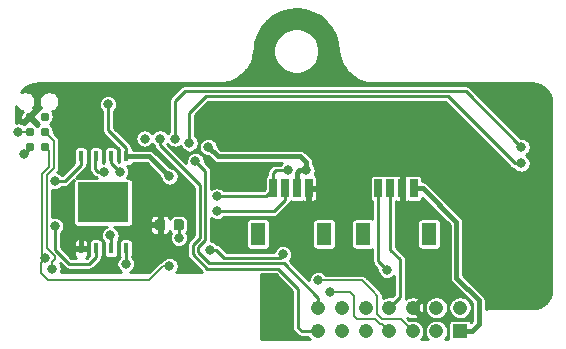
<source format=gbr>
G04 #@! TF.GenerationSoftware,KiCad,Pcbnew,(5.1.5)-3*
G04 #@! TF.CreationDate,2021-08-13T16:15:14-07:00*
G04 #@! TF.ProjectId,Xenigotchi-v1.5,58656e69-676f-4746-9368-692d76312e35,rev?*
G04 #@! TF.SameCoordinates,Original*
G04 #@! TF.FileFunction,Copper,L2,Bot*
G04 #@! TF.FilePolarity,Positive*
%FSLAX46Y46*%
G04 Gerber Fmt 4.6, Leading zero omitted, Abs format (unit mm)*
G04 Created by KiCad (PCBNEW (5.1.5)-3) date 2021-08-13 16:15:14*
%MOMM*%
%LPD*%
G04 APERTURE LIST*
%ADD10R,1.295400X1.905000*%
%ADD11R,0.660400X1.549400*%
%ADD12C,0.787000*%
%ADD13R,1.208000X1.208000*%
%ADD14C,1.208000*%
%ADD15C,0.100000*%
%ADD16R,0.440000X0.940000*%
%ADD17R,4.300000X3.400000*%
%ADD18C,0.800000*%
%ADD19C,0.250000*%
%ADD20C,0.381000*%
%ADD21C,0.254000*%
%ADD22C,0.400000*%
%ADD23C,0.177800*%
G04 APERTURE END LIST*
D10*
X178399999Y-109876501D03*
X172800001Y-109876501D03*
D11*
X174100000Y-106001500D03*
X175100001Y-106001500D03*
X176099999Y-106001500D03*
X177100000Y-106001500D03*
D10*
X169499999Y-109876501D03*
X163900001Y-109876501D03*
D11*
X165200000Y-106001500D03*
X166200001Y-106001500D03*
X167199999Y-106001500D03*
X168200000Y-106001500D03*
D12*
X144565000Y-102470000D03*
X145835000Y-102470000D03*
X144565000Y-101200000D03*
X145835000Y-101200000D03*
X144565000Y-99930000D03*
X145835000Y-99930000D03*
D13*
X181010000Y-118120000D03*
D14*
X179010000Y-118120000D03*
X177010000Y-118120000D03*
X175010000Y-118120000D03*
X173010000Y-118120000D03*
X171010000Y-118120000D03*
X169010000Y-118120000D03*
X181010000Y-116120000D03*
X179010000Y-116120000D03*
X177010000Y-116120000D03*
X175010000Y-116120000D03*
X173010000Y-116120000D03*
X171010000Y-116120000D03*
X169010000Y-116120000D03*
G04 #@! TA.AperFunction,SMDPad,CuDef*
D15*
G36*
X157427691Y-108626053D02*
G01*
X157448926Y-108629203D01*
X157469750Y-108634419D01*
X157489962Y-108641651D01*
X157509368Y-108650830D01*
X157527781Y-108661866D01*
X157545024Y-108674654D01*
X157560930Y-108689070D01*
X157575346Y-108704976D01*
X157588134Y-108722219D01*
X157599170Y-108740632D01*
X157608349Y-108760038D01*
X157615581Y-108780250D01*
X157620797Y-108801074D01*
X157623947Y-108822309D01*
X157625000Y-108843750D01*
X157625000Y-109356250D01*
X157623947Y-109377691D01*
X157620797Y-109398926D01*
X157615581Y-109419750D01*
X157608349Y-109439962D01*
X157599170Y-109459368D01*
X157588134Y-109477781D01*
X157575346Y-109495024D01*
X157560930Y-109510930D01*
X157545024Y-109525346D01*
X157527781Y-109538134D01*
X157509368Y-109549170D01*
X157489962Y-109558349D01*
X157469750Y-109565581D01*
X157448926Y-109570797D01*
X157427691Y-109573947D01*
X157406250Y-109575000D01*
X156968750Y-109575000D01*
X156947309Y-109573947D01*
X156926074Y-109570797D01*
X156905250Y-109565581D01*
X156885038Y-109558349D01*
X156865632Y-109549170D01*
X156847219Y-109538134D01*
X156829976Y-109525346D01*
X156814070Y-109510930D01*
X156799654Y-109495024D01*
X156786866Y-109477781D01*
X156775830Y-109459368D01*
X156766651Y-109439962D01*
X156759419Y-109419750D01*
X156754203Y-109398926D01*
X156751053Y-109377691D01*
X156750000Y-109356250D01*
X156750000Y-108843750D01*
X156751053Y-108822309D01*
X156754203Y-108801074D01*
X156759419Y-108780250D01*
X156766651Y-108760038D01*
X156775830Y-108740632D01*
X156786866Y-108722219D01*
X156799654Y-108704976D01*
X156814070Y-108689070D01*
X156829976Y-108674654D01*
X156847219Y-108661866D01*
X156865632Y-108650830D01*
X156885038Y-108641651D01*
X156905250Y-108634419D01*
X156926074Y-108629203D01*
X156947309Y-108626053D01*
X156968750Y-108625000D01*
X157406250Y-108625000D01*
X157427691Y-108626053D01*
G37*
G04 #@! TD.AperFunction*
G04 #@! TA.AperFunction,SMDPad,CuDef*
G36*
X155852691Y-108626053D02*
G01*
X155873926Y-108629203D01*
X155894750Y-108634419D01*
X155914962Y-108641651D01*
X155934368Y-108650830D01*
X155952781Y-108661866D01*
X155970024Y-108674654D01*
X155985930Y-108689070D01*
X156000346Y-108704976D01*
X156013134Y-108722219D01*
X156024170Y-108740632D01*
X156033349Y-108760038D01*
X156040581Y-108780250D01*
X156045797Y-108801074D01*
X156048947Y-108822309D01*
X156050000Y-108843750D01*
X156050000Y-109356250D01*
X156048947Y-109377691D01*
X156045797Y-109398926D01*
X156040581Y-109419750D01*
X156033349Y-109439962D01*
X156024170Y-109459368D01*
X156013134Y-109477781D01*
X156000346Y-109495024D01*
X155985930Y-109510930D01*
X155970024Y-109525346D01*
X155952781Y-109538134D01*
X155934368Y-109549170D01*
X155914962Y-109558349D01*
X155894750Y-109565581D01*
X155873926Y-109570797D01*
X155852691Y-109573947D01*
X155831250Y-109575000D01*
X155393750Y-109575000D01*
X155372309Y-109573947D01*
X155351074Y-109570797D01*
X155330250Y-109565581D01*
X155310038Y-109558349D01*
X155290632Y-109549170D01*
X155272219Y-109538134D01*
X155254976Y-109525346D01*
X155239070Y-109510930D01*
X155224654Y-109495024D01*
X155211866Y-109477781D01*
X155200830Y-109459368D01*
X155191651Y-109439962D01*
X155184419Y-109419750D01*
X155179203Y-109398926D01*
X155176053Y-109377691D01*
X155175000Y-109356250D01*
X155175000Y-108843750D01*
X155176053Y-108822309D01*
X155179203Y-108801074D01*
X155184419Y-108780250D01*
X155191651Y-108760038D01*
X155200830Y-108740632D01*
X155211866Y-108722219D01*
X155224654Y-108704976D01*
X155239070Y-108689070D01*
X155254976Y-108674654D01*
X155272219Y-108661866D01*
X155290632Y-108650830D01*
X155310038Y-108641651D01*
X155330250Y-108634419D01*
X155351074Y-108629203D01*
X155372309Y-108626053D01*
X155393750Y-108625000D01*
X155831250Y-108625000D01*
X155852691Y-108626053D01*
G37*
G04 #@! TD.AperFunction*
D16*
X151435000Y-111095000D03*
X150165000Y-111095000D03*
X148895000Y-111095000D03*
X152705000Y-111095000D03*
X151435000Y-103305000D03*
X150165000Y-103305000D03*
X148895000Y-103305000D03*
X152705000Y-103305000D03*
D17*
X150800000Y-107200000D03*
D18*
X185200000Y-110900000D03*
X182200000Y-108800000D03*
X182200000Y-113500000D03*
X170300000Y-107700000D03*
X168100000Y-100600000D03*
X177000000Y-102900000D03*
X160500000Y-100300000D03*
X164400000Y-100300000D03*
X165200000Y-117300000D03*
X166300000Y-116600000D03*
X176000000Y-102900000D03*
X175000000Y-102900000D03*
X176100000Y-99800000D03*
X176100000Y-100700000D03*
X175200000Y-100700000D03*
X175200000Y-99800000D03*
X165500000Y-110400000D03*
X166900000Y-109100000D03*
X187500000Y-97900000D03*
X187600000Y-115200000D03*
X186800000Y-115200000D03*
X188100000Y-109000000D03*
X187000000Y-108100000D03*
X144100000Y-103100000D03*
X151200000Y-98900000D03*
X156400000Y-105000000D03*
X168000000Y-104500000D03*
X159700000Y-102500000D03*
X159800000Y-111200000D03*
X157200000Y-110200000D03*
X166000000Y-111600000D03*
X160455000Y-107945000D03*
X160400000Y-106700000D03*
X166471126Y-104457042D03*
X158100000Y-102200000D03*
X186200000Y-103900000D03*
X156900000Y-101800000D03*
X186200000Y-102500000D03*
X143600000Y-101200000D03*
X146500000Y-112800000D03*
X169000000Y-113800000D03*
X145900000Y-111900000D03*
X170000000Y-114800000D03*
X156400000Y-112600000D03*
X146700000Y-105400000D03*
X150900000Y-104600000D03*
X152200000Y-104600000D03*
X152700000Y-112400000D03*
X146700000Y-109200000D03*
X151400000Y-110000000D03*
X154300000Y-101800000D03*
X158600000Y-103700000D03*
X155600000Y-101800000D03*
X174800000Y-112900000D03*
D19*
X144565000Y-102470000D02*
X144565000Y-102635000D01*
X144565000Y-102635000D02*
X144100000Y-103100000D01*
X152705000Y-102585000D02*
X151200000Y-101080000D01*
X152705000Y-103305000D02*
X152705000Y-102585000D01*
X151200000Y-101080000D02*
X151200000Y-98900000D01*
D20*
X154705000Y-103305000D02*
X156400000Y-105000000D01*
X152705000Y-103305000D02*
X154705000Y-103305000D01*
X168000000Y-104500000D02*
X168000000Y-103800000D01*
X168000000Y-103800000D02*
X167500000Y-103300000D01*
X167500000Y-103300000D02*
X160500000Y-103300000D01*
X160500000Y-103300000D02*
X159700000Y-102500000D01*
X167200000Y-106100000D02*
X167200000Y-104700000D01*
X167400000Y-104500000D02*
X168000000Y-104500000D01*
X167200000Y-104700000D02*
X167400000Y-104500000D01*
D21*
X157187500Y-109100000D02*
X157187500Y-109575000D01*
X157200000Y-109587500D02*
X157200000Y-110200000D01*
X157187500Y-109575000D02*
X157200000Y-109587500D01*
X160365685Y-111200000D02*
X159800000Y-111200000D01*
X165700000Y-111900000D02*
X161065685Y-111900000D01*
X161065685Y-111900000D02*
X160365685Y-111200000D01*
D19*
X166000000Y-111600000D02*
X165800000Y-111900000D01*
X165800000Y-111900000D02*
X165700000Y-111900000D01*
X166200000Y-106100000D02*
X166200000Y-107000000D01*
X165255000Y-107945000D02*
X160455000Y-107945000D01*
X166200000Y-107000000D02*
X165255000Y-107945000D01*
X164600000Y-106700000D02*
X165200000Y-106100000D01*
X160400000Y-106700000D02*
X164600000Y-106700000D01*
X165400000Y-104500000D02*
X166428168Y-104500000D01*
X165200000Y-106100000D02*
X165200000Y-104700000D01*
X166428168Y-104500000D02*
X166471126Y-104457042D01*
X165200000Y-104700000D02*
X165400000Y-104500000D01*
D20*
X181995000Y-118120000D02*
X182600000Y-117515000D01*
X181010000Y-118120000D02*
X181995000Y-118120000D01*
X182600000Y-117515000D02*
X182600000Y-115500000D01*
X182600000Y-115500000D02*
X180700000Y-113600000D01*
D22*
X180700000Y-108871300D02*
X177830200Y-106001500D01*
X177830200Y-106001500D02*
X177100000Y-106001500D01*
X180700000Y-113600000D02*
X180700000Y-108871300D01*
D19*
X158100000Y-99600000D02*
X158100000Y-102200000D01*
X159472190Y-98227810D02*
X158100000Y-99600000D01*
X177904609Y-98227810D02*
X159472190Y-98227810D01*
X179962125Y-98227810D02*
X177800000Y-98227810D01*
X186200000Y-103900000D02*
X185634315Y-103900000D01*
X185634315Y-103900000D02*
X179962125Y-98227810D01*
X156900000Y-98600000D02*
X157700000Y-97800000D01*
X156900000Y-101800000D02*
X156900000Y-98600000D01*
X157700000Y-97800000D02*
X181500000Y-97800000D01*
X181500000Y-97800000D02*
X186200000Y-102500000D01*
D23*
X144565000Y-101200000D02*
X143600000Y-101200000D01*
X146000000Y-104902908D02*
X146600000Y-104302908D01*
X146500000Y-112234315D02*
X146700000Y-112034315D01*
X146700000Y-112034315D02*
X146700000Y-111753960D01*
X146500000Y-112800000D02*
X146500000Y-112234315D01*
X146700000Y-111753960D02*
X146000000Y-111053960D01*
X146000000Y-111053960D02*
X146000000Y-104902908D01*
X146600000Y-101965000D02*
X145835000Y-101200000D01*
X146600000Y-104302908D02*
X146600000Y-101965000D01*
X177010000Y-118120000D02*
X175990000Y-117100000D01*
X174442764Y-117100000D02*
X174000000Y-116657236D01*
X175990000Y-117100000D02*
X174442764Y-117100000D01*
X174000000Y-116657236D02*
X174000000Y-115100000D01*
X174000000Y-115100000D02*
X173600000Y-114700000D01*
X173600000Y-114700000D02*
X172700000Y-113800000D01*
X172700000Y-113800000D02*
X169000000Y-113800000D01*
X146228499Y-102863499D02*
X145835000Y-102470000D01*
X146228499Y-104171501D02*
X146228499Y-102863499D01*
X145600000Y-111600000D02*
X145600000Y-104800000D01*
X145600000Y-104800000D02*
X146228499Y-104171501D01*
X145900000Y-111900000D02*
X145600000Y-111600000D01*
X174406001Y-117516001D02*
X174216001Y-117516001D01*
X175010000Y-118120000D02*
X174406001Y-117516001D01*
X174216001Y-117516001D02*
X173800000Y-117100000D01*
X173800000Y-117100000D02*
X172300000Y-117100000D01*
X172300000Y-117100000D02*
X172000000Y-116800000D01*
X172000000Y-116800000D02*
X172000000Y-115200000D01*
X172000000Y-115200000D02*
X172000000Y-115100000D01*
X172000000Y-115100000D02*
X171700000Y-114800000D01*
X171700000Y-114800000D02*
X170000000Y-114800000D01*
X145500001Y-112299999D02*
X145900000Y-111900000D01*
X154634315Y-113800000D02*
X146100000Y-113800000D01*
X156400000Y-112600000D02*
X155834315Y-112600000D01*
X155834315Y-112600000D02*
X154634315Y-113800000D01*
X145500001Y-113200001D02*
X145500001Y-112299999D01*
X146100000Y-113800000D02*
X145500001Y-113200001D01*
D19*
X147265685Y-105400000D02*
X146700000Y-105400000D01*
X148895000Y-104025000D02*
X147520000Y-105400000D01*
X147520000Y-105400000D02*
X147265685Y-105400000D01*
X148895000Y-103305000D02*
X148895000Y-104025000D01*
X150100000Y-103370000D02*
X150165000Y-103305000D01*
X150100000Y-104365685D02*
X150100000Y-103370000D01*
X150900000Y-104600000D02*
X150334315Y-104600000D01*
X150334315Y-104600000D02*
X150100000Y-104365685D01*
X151400000Y-103340000D02*
X151435000Y-103305000D01*
X151435000Y-103835000D02*
X151435000Y-103305000D01*
X152200000Y-104600000D02*
X151435000Y-103835000D01*
X152700000Y-111100000D02*
X152705000Y-111095000D01*
X152700000Y-112400000D02*
X152700000Y-111100000D01*
X146700000Y-109200000D02*
X146700000Y-111200000D01*
X146700000Y-111200000D02*
X147900000Y-112400000D01*
X147900000Y-112400000D02*
X149600000Y-112400000D01*
X150165000Y-111835000D02*
X150165000Y-111095000D01*
X149600000Y-112400000D02*
X150165000Y-111835000D01*
X151435000Y-111095000D02*
X151435000Y-110135000D01*
X151435000Y-110135000D02*
X151400000Y-110100000D01*
X151400000Y-110100000D02*
X151400000Y-110000000D01*
X169010000Y-115265816D02*
X166116374Y-112372190D01*
X169010000Y-116120000D02*
X169010000Y-115265816D01*
X166116374Y-112372190D02*
X159777204Y-112372190D01*
X159777204Y-112372190D02*
X158827810Y-111422796D01*
X158827810Y-110977204D02*
X159427810Y-110377204D01*
X158827810Y-111422796D02*
X158827810Y-110977204D01*
X159427810Y-110377204D02*
X159427810Y-104527810D01*
X159427810Y-104527810D02*
X158600000Y-103700000D01*
X167300000Y-114500000D02*
X167300000Y-117800000D01*
X165600000Y-112800000D02*
X167300000Y-114500000D01*
X167620000Y-118120000D02*
X169010000Y-118120000D01*
X167300000Y-117800000D02*
X167620000Y-118120000D01*
X159600000Y-112800000D02*
X165600000Y-112800000D01*
X159000000Y-105765685D02*
X159000000Y-110200000D01*
X155600000Y-102365685D02*
X159000000Y-105765685D01*
X155600000Y-101800000D02*
X155600000Y-102365685D01*
X158400000Y-111600000D02*
X159600000Y-112800000D01*
X159000000Y-110200000D02*
X158400000Y-110800000D01*
X158400000Y-110800000D02*
X158400000Y-111600000D01*
X175100001Y-106001500D02*
X175100001Y-111200001D01*
X175100001Y-111200001D02*
X175900000Y-112000000D01*
X175900000Y-115230000D02*
X175010000Y-116120000D01*
X175900000Y-112000000D02*
X175900000Y-115230000D01*
X174100000Y-106001500D02*
X174100000Y-112200000D01*
X174100000Y-112200000D02*
X174800000Y-112900000D01*
D21*
G36*
X166794000Y-114709592D02*
G01*
X166794001Y-117775144D01*
X166791553Y-117800000D01*
X166801322Y-117899192D01*
X166830255Y-117994574D01*
X166837414Y-118007967D01*
X166877242Y-118082479D01*
X166940474Y-118159527D01*
X166959781Y-118175372D01*
X167244624Y-118460215D01*
X167260473Y-118479527D01*
X167337521Y-118542759D01*
X167425425Y-118589745D01*
X167498607Y-118611944D01*
X167520806Y-118618678D01*
X167530694Y-118619652D01*
X167595146Y-118626000D01*
X167595153Y-118626000D01*
X167619999Y-118628447D01*
X167644845Y-118626000D01*
X168163449Y-118626000D01*
X168244901Y-118747901D01*
X168279206Y-118782206D01*
X164127000Y-118782206D01*
X164127000Y-113306000D01*
X165390409Y-113306000D01*
X166794000Y-114709592D01*
G37*
X166794000Y-114709592D02*
X166794001Y-117775144D01*
X166791553Y-117800000D01*
X166801322Y-117899192D01*
X166830255Y-117994574D01*
X166837414Y-118007967D01*
X166877242Y-118082479D01*
X166940474Y-118159527D01*
X166959781Y-118175372D01*
X167244624Y-118460215D01*
X167260473Y-118479527D01*
X167337521Y-118542759D01*
X167425425Y-118589745D01*
X167498607Y-118611944D01*
X167520806Y-118618678D01*
X167530694Y-118619652D01*
X167595146Y-118626000D01*
X167595153Y-118626000D01*
X167619999Y-118628447D01*
X167644845Y-118626000D01*
X168163449Y-118626000D01*
X168244901Y-118747901D01*
X168279206Y-118782206D01*
X164127000Y-118782206D01*
X164127000Y-113306000D01*
X165390409Y-113306000D01*
X166794000Y-114709592D01*
G36*
X167870664Y-90918777D02*
G01*
X168531619Y-91124913D01*
X169139950Y-91455506D01*
X169672479Y-91897956D01*
X170108929Y-92435420D01*
X170432674Y-93047423D01*
X170631950Y-93712546D01*
X170701403Y-94373357D01*
X170702557Y-94378980D01*
X170702749Y-94384701D01*
X170703578Y-94390662D01*
X170746639Y-94685161D01*
X170753947Y-94714652D01*
X170759640Y-94744492D01*
X170761379Y-94750254D01*
X170911431Y-95234991D01*
X170926566Y-95270996D01*
X170941202Y-95307221D01*
X170944027Y-95312535D01*
X171185373Y-95758896D01*
X171207229Y-95791298D01*
X171228607Y-95823968D01*
X171232405Y-95828625D01*
X171232410Y-95828632D01*
X171232416Y-95828638D01*
X171555860Y-96219614D01*
X171583575Y-96247137D01*
X171610909Y-96275049D01*
X171615535Y-96278875D01*
X171615546Y-96278886D01*
X171615558Y-96278894D01*
X172008778Y-96599596D01*
X172041308Y-96621209D01*
X172073546Y-96643283D01*
X172078836Y-96646144D01*
X172078844Y-96646148D01*
X172526874Y-96884370D01*
X172563010Y-96899264D01*
X172598896Y-96914645D01*
X172604637Y-96916423D01*
X172604643Y-96916425D01*
X172604649Y-96916426D01*
X173090419Y-97063088D01*
X173128736Y-97070675D01*
X173166947Y-97078797D01*
X173172932Y-97079426D01*
X173677942Y-97128943D01*
X173677948Y-97128943D01*
X173698832Y-97131000D01*
X187118920Y-97131000D01*
X187444352Y-97162909D01*
X187737113Y-97251299D01*
X188007126Y-97394868D01*
X188244115Y-97588151D01*
X188439045Y-97823781D01*
X188584498Y-98092791D01*
X188674928Y-98384924D01*
X188709000Y-98709092D01*
X188709001Y-114567062D01*
X188677091Y-114892504D01*
X188588701Y-115185266D01*
X188445132Y-115455278D01*
X188251849Y-115692267D01*
X188016219Y-115887197D01*
X187747209Y-116032650D01*
X187455076Y-116123080D01*
X187130908Y-116157152D01*
X183363366Y-116157152D01*
X183342198Y-116155067D01*
X183257707Y-116163389D01*
X183176464Y-116188034D01*
X183171500Y-116190687D01*
X183171500Y-115528074D01*
X183174265Y-115500000D01*
X183163231Y-115387966D01*
X183130552Y-115280238D01*
X183077484Y-115180955D01*
X183023963Y-115115739D01*
X183023961Y-115115737D01*
X183006067Y-115093933D01*
X182984262Y-115076039D01*
X181281000Y-113372778D01*
X181281000Y-108899839D01*
X181283811Y-108871299D01*
X181272593Y-108757404D01*
X181239371Y-108647885D01*
X181228955Y-108628399D01*
X181185421Y-108546952D01*
X181112817Y-108458483D01*
X181090645Y-108440287D01*
X178261217Y-105610860D01*
X178243017Y-105588683D01*
X178154548Y-105516079D01*
X178053615Y-105462129D01*
X177944096Y-105428907D01*
X177858740Y-105420500D01*
X177830200Y-105417689D01*
X177813043Y-105419379D01*
X177813043Y-105226800D01*
X177805687Y-105152111D01*
X177783901Y-105080292D01*
X177748522Y-105014104D01*
X177700911Y-104956089D01*
X177642896Y-104908478D01*
X177576708Y-104873099D01*
X177504889Y-104851313D01*
X177430200Y-104843957D01*
X176769800Y-104843957D01*
X176695111Y-104851313D01*
X176623292Y-104873099D01*
X176599999Y-104885549D01*
X176576707Y-104873099D01*
X176504888Y-104851313D01*
X176430199Y-104843957D01*
X176322249Y-104845800D01*
X176226999Y-104941050D01*
X176226999Y-105874500D01*
X176246999Y-105874500D01*
X176246999Y-106128500D01*
X176226999Y-106128500D01*
X176226999Y-107061950D01*
X176322249Y-107157200D01*
X176430199Y-107159043D01*
X176504888Y-107151687D01*
X176576707Y-107129901D01*
X176599999Y-107117451D01*
X176623292Y-107129901D01*
X176695111Y-107151687D01*
X176769800Y-107159043D01*
X177430200Y-107159043D01*
X177504889Y-107151687D01*
X177576708Y-107129901D01*
X177642896Y-107094522D01*
X177700911Y-107046911D01*
X177748522Y-106988896D01*
X177783901Y-106922708D01*
X177805687Y-106850889D01*
X177810371Y-106803328D01*
X180119001Y-109111959D01*
X180119000Y-113628539D01*
X180127407Y-113713895D01*
X180160629Y-113823414D01*
X180214579Y-113924347D01*
X180287183Y-114012817D01*
X180375652Y-114085421D01*
X180378975Y-114087197D01*
X182028501Y-115736725D01*
X182028500Y-117278277D01*
X181957106Y-117349671D01*
X181932322Y-117303304D01*
X181884711Y-117245289D01*
X181826696Y-117197678D01*
X181760508Y-117162299D01*
X181688689Y-117140513D01*
X181614000Y-117133157D01*
X180406000Y-117133157D01*
X180331311Y-117140513D01*
X180259492Y-117162299D01*
X180193304Y-117197678D01*
X180135289Y-117245289D01*
X180087678Y-117303304D01*
X180052299Y-117369492D01*
X180030513Y-117441311D01*
X180023157Y-117516000D01*
X180023157Y-118724000D01*
X180028890Y-118782206D01*
X179740794Y-118782206D01*
X179775099Y-118747901D01*
X179882896Y-118586572D01*
X179957147Y-118407314D01*
X179995000Y-118217014D01*
X179995000Y-118022986D01*
X179957147Y-117832686D01*
X179882896Y-117653428D01*
X179775099Y-117492099D01*
X179637901Y-117354901D01*
X179476572Y-117247104D01*
X179297314Y-117172853D01*
X179107014Y-117135000D01*
X178912986Y-117135000D01*
X178722686Y-117172853D01*
X178543428Y-117247104D01*
X178382099Y-117354901D01*
X178244901Y-117492099D01*
X178137104Y-117653428D01*
X178062853Y-117832686D01*
X178025000Y-118022986D01*
X178025000Y-118217014D01*
X178062853Y-118407314D01*
X178137104Y-118586572D01*
X178244901Y-118747901D01*
X178279206Y-118782206D01*
X177740794Y-118782206D01*
X177775099Y-118747901D01*
X177882896Y-118586572D01*
X177957147Y-118407314D01*
X177995000Y-118217014D01*
X177995000Y-118022986D01*
X177957147Y-117832686D01*
X177882896Y-117653428D01*
X177775099Y-117492099D01*
X177637901Y-117354901D01*
X177476572Y-117247104D01*
X177297314Y-117172853D01*
X177107014Y-117135000D01*
X176912986Y-117135000D01*
X176726611Y-117172072D01*
X176548854Y-116994316D01*
X176714384Y-117064589D01*
X176904344Y-117104110D01*
X177098364Y-117105813D01*
X177288989Y-117069632D01*
X177468893Y-116996957D01*
X177484216Y-116988767D01*
X177546309Y-116835914D01*
X177010000Y-116299605D01*
X176995858Y-116313748D01*
X176816253Y-116134143D01*
X176830395Y-116120000D01*
X177189605Y-116120000D01*
X177725914Y-116656309D01*
X177878767Y-116594216D01*
X177954589Y-116415616D01*
X177994110Y-116225656D01*
X177995813Y-116031636D01*
X177994172Y-116022986D01*
X178025000Y-116022986D01*
X178025000Y-116217014D01*
X178062853Y-116407314D01*
X178137104Y-116586572D01*
X178244901Y-116747901D01*
X178382099Y-116885099D01*
X178543428Y-116992896D01*
X178722686Y-117067147D01*
X178912986Y-117105000D01*
X179107014Y-117105000D01*
X179297314Y-117067147D01*
X179476572Y-116992896D01*
X179637901Y-116885099D01*
X179775099Y-116747901D01*
X179882896Y-116586572D01*
X179957147Y-116407314D01*
X179995000Y-116217014D01*
X179995000Y-116022986D01*
X180025000Y-116022986D01*
X180025000Y-116217014D01*
X180062853Y-116407314D01*
X180137104Y-116586572D01*
X180244901Y-116747901D01*
X180382099Y-116885099D01*
X180543428Y-116992896D01*
X180722686Y-117067147D01*
X180912986Y-117105000D01*
X181107014Y-117105000D01*
X181297314Y-117067147D01*
X181476572Y-116992896D01*
X181637901Y-116885099D01*
X181775099Y-116747901D01*
X181882896Y-116586572D01*
X181957147Y-116407314D01*
X181995000Y-116217014D01*
X181995000Y-116022986D01*
X181957147Y-115832686D01*
X181882896Y-115653428D01*
X181775099Y-115492099D01*
X181637901Y-115354901D01*
X181476572Y-115247104D01*
X181297314Y-115172853D01*
X181107014Y-115135000D01*
X180912986Y-115135000D01*
X180722686Y-115172853D01*
X180543428Y-115247104D01*
X180382099Y-115354901D01*
X180244901Y-115492099D01*
X180137104Y-115653428D01*
X180062853Y-115832686D01*
X180025000Y-116022986D01*
X179995000Y-116022986D01*
X179957147Y-115832686D01*
X179882896Y-115653428D01*
X179775099Y-115492099D01*
X179637901Y-115354901D01*
X179476572Y-115247104D01*
X179297314Y-115172853D01*
X179107014Y-115135000D01*
X178912986Y-115135000D01*
X178722686Y-115172853D01*
X178543428Y-115247104D01*
X178382099Y-115354901D01*
X178244901Y-115492099D01*
X178137104Y-115653428D01*
X178062853Y-115832686D01*
X178025000Y-116022986D01*
X177994172Y-116022986D01*
X177959632Y-115841011D01*
X177886957Y-115661107D01*
X177878767Y-115645784D01*
X177725914Y-115583691D01*
X177189605Y-116120000D01*
X176830395Y-116120000D01*
X176816253Y-116105858D01*
X176995858Y-115926253D01*
X177010000Y-115940395D01*
X177546309Y-115404086D01*
X177484216Y-115251233D01*
X177305616Y-115175411D01*
X177115656Y-115135890D01*
X176921636Y-115134187D01*
X176731011Y-115170368D01*
X176551107Y-115243043D01*
X176535784Y-115251233D01*
X176473692Y-115404084D01*
X176400369Y-115330761D01*
X176397259Y-115333871D01*
X176398678Y-115329193D01*
X176406000Y-115254854D01*
X176406000Y-115254847D01*
X176408447Y-115230001D01*
X176406000Y-115205155D01*
X176406000Y-112024845D01*
X176408447Y-111999999D01*
X176406000Y-111975153D01*
X176406000Y-111975146D01*
X176399375Y-111907887D01*
X176398678Y-111900806D01*
X176388177Y-111866190D01*
X176369745Y-111805425D01*
X176322759Y-111717521D01*
X176259527Y-111640473D01*
X176240220Y-111624628D01*
X175606001Y-110990410D01*
X175606001Y-108924001D01*
X177369456Y-108924001D01*
X177369456Y-110829001D01*
X177376812Y-110903690D01*
X177398598Y-110975509D01*
X177433977Y-111041697D01*
X177481588Y-111099712D01*
X177539603Y-111147323D01*
X177605791Y-111182702D01*
X177677610Y-111204488D01*
X177752299Y-111211844D01*
X179047699Y-111211844D01*
X179122388Y-111204488D01*
X179194207Y-111182702D01*
X179260395Y-111147323D01*
X179318410Y-111099712D01*
X179366021Y-111041697D01*
X179401400Y-110975509D01*
X179423186Y-110903690D01*
X179430542Y-110829001D01*
X179430542Y-108924001D01*
X179423186Y-108849312D01*
X179401400Y-108777493D01*
X179366021Y-108711305D01*
X179318410Y-108653290D01*
X179260395Y-108605679D01*
X179194207Y-108570300D01*
X179122388Y-108548514D01*
X179047699Y-108541158D01*
X177752299Y-108541158D01*
X177677610Y-108548514D01*
X177605791Y-108570300D01*
X177539603Y-108605679D01*
X177481588Y-108653290D01*
X177433977Y-108711305D01*
X177398598Y-108777493D01*
X177376812Y-108849312D01*
X177369456Y-108924001D01*
X175606001Y-108924001D01*
X175606001Y-107120659D01*
X175623291Y-107129901D01*
X175695110Y-107151687D01*
X175769799Y-107159043D01*
X175877749Y-107157200D01*
X175972999Y-107061950D01*
X175972999Y-106128500D01*
X175952999Y-106128500D01*
X175952999Y-105874500D01*
X175972999Y-105874500D01*
X175972999Y-104941050D01*
X175877749Y-104845800D01*
X175769799Y-104843957D01*
X175695110Y-104851313D01*
X175623291Y-104873099D01*
X175600000Y-104885549D01*
X175576709Y-104873099D01*
X175504890Y-104851313D01*
X175430201Y-104843957D01*
X174769801Y-104843957D01*
X174695112Y-104851313D01*
X174623293Y-104873099D01*
X174600000Y-104885549D01*
X174576708Y-104873099D01*
X174504889Y-104851313D01*
X174430200Y-104843957D01*
X173769800Y-104843957D01*
X173695111Y-104851313D01*
X173623292Y-104873099D01*
X173557104Y-104908478D01*
X173499089Y-104956089D01*
X173451478Y-105014104D01*
X173416099Y-105080292D01*
X173394313Y-105152111D01*
X173386957Y-105226800D01*
X173386957Y-106776200D01*
X173394313Y-106850889D01*
X173416099Y-106922708D01*
X173451478Y-106988896D01*
X173499089Y-107046911D01*
X173557104Y-107094522D01*
X173594000Y-107114244D01*
X173594000Y-108570237D01*
X173522390Y-108548514D01*
X173447701Y-108541158D01*
X172152301Y-108541158D01*
X172077612Y-108548514D01*
X172005793Y-108570300D01*
X171939605Y-108605679D01*
X171881590Y-108653290D01*
X171833979Y-108711305D01*
X171798600Y-108777493D01*
X171776814Y-108849312D01*
X171769458Y-108924001D01*
X171769458Y-110829001D01*
X171776814Y-110903690D01*
X171798600Y-110975509D01*
X171833979Y-111041697D01*
X171881590Y-111099712D01*
X171939605Y-111147323D01*
X172005793Y-111182702D01*
X172077612Y-111204488D01*
X172152301Y-111211844D01*
X173447701Y-111211844D01*
X173522390Y-111204488D01*
X173594001Y-111182765D01*
X173594001Y-112175144D01*
X173591553Y-112200000D01*
X173601322Y-112299192D01*
X173630255Y-112394574D01*
X173647541Y-112426913D01*
X173677242Y-112482479D01*
X173740474Y-112559527D01*
X173759780Y-112575371D01*
X174019000Y-112834591D01*
X174019000Y-112976922D01*
X174049013Y-113127809D01*
X174107887Y-113269942D01*
X174193358Y-113397859D01*
X174302141Y-113506642D01*
X174430058Y-113592113D01*
X174572191Y-113650987D01*
X174723078Y-113681000D01*
X174876922Y-113681000D01*
X175027809Y-113650987D01*
X175169942Y-113592113D01*
X175297859Y-113506642D01*
X175394000Y-113410501D01*
X175394001Y-115020407D01*
X175250806Y-115163602D01*
X175107014Y-115135000D01*
X174912986Y-115135000D01*
X174722686Y-115172853D01*
X174543428Y-115247104D01*
X174469900Y-115296234D01*
X174469900Y-115123076D01*
X174472173Y-115099999D01*
X174463100Y-115007882D01*
X174445010Y-114948249D01*
X174436231Y-114919307D01*
X174392598Y-114837675D01*
X174333877Y-114766123D01*
X174315948Y-114751409D01*
X173948591Y-114384053D01*
X173948587Y-114384048D01*
X173048595Y-113484057D01*
X173033877Y-113466123D01*
X172962325Y-113407402D01*
X172880693Y-113363769D01*
X172792116Y-113336900D01*
X172723077Y-113330100D01*
X172700000Y-113327827D01*
X172676923Y-113330100D01*
X169625324Y-113330100D01*
X169606642Y-113302141D01*
X169497859Y-113193358D01*
X169369942Y-113107887D01*
X169227809Y-113049013D01*
X169076922Y-113019000D01*
X168923078Y-113019000D01*
X168772191Y-113049013D01*
X168630058Y-113107887D01*
X168502141Y-113193358D01*
X168393358Y-113302141D01*
X168307887Y-113430058D01*
X168249013Y-113572191D01*
X168219000Y-113723078D01*
X168219000Y-113759224D01*
X166582138Y-112122363D01*
X166606642Y-112097859D01*
X166692113Y-111969942D01*
X166750987Y-111827809D01*
X166781000Y-111676922D01*
X166781000Y-111523078D01*
X166750987Y-111372191D01*
X166692113Y-111230058D01*
X166606642Y-111102141D01*
X166497859Y-110993358D01*
X166369942Y-110907887D01*
X166227809Y-110849013D01*
X166076922Y-110819000D01*
X165923078Y-110819000D01*
X165772191Y-110849013D01*
X165630058Y-110907887D01*
X165502141Y-110993358D01*
X165393358Y-111102141D01*
X165307887Y-111230058D01*
X165249013Y-111372191D01*
X165245073Y-111392000D01*
X161276106Y-111392000D01*
X160742540Y-110858435D01*
X160726633Y-110839052D01*
X160649280Y-110775571D01*
X160561028Y-110728399D01*
X160465270Y-110699351D01*
X160397142Y-110692641D01*
X160297859Y-110593358D01*
X160169942Y-110507887D01*
X160027809Y-110449013D01*
X159931080Y-110429773D01*
X159933810Y-110402058D01*
X159933810Y-110402051D01*
X159936257Y-110377205D01*
X159933810Y-110352359D01*
X159933810Y-108924001D01*
X162869458Y-108924001D01*
X162869458Y-110829001D01*
X162876814Y-110903690D01*
X162898600Y-110975509D01*
X162933979Y-111041697D01*
X162981590Y-111099712D01*
X163039605Y-111147323D01*
X163105793Y-111182702D01*
X163177612Y-111204488D01*
X163252301Y-111211844D01*
X164547701Y-111211844D01*
X164622390Y-111204488D01*
X164694209Y-111182702D01*
X164760397Y-111147323D01*
X164818412Y-111099712D01*
X164866023Y-111041697D01*
X164901402Y-110975509D01*
X164923188Y-110903690D01*
X164930544Y-110829001D01*
X164930544Y-108924001D01*
X168469456Y-108924001D01*
X168469456Y-110829001D01*
X168476812Y-110903690D01*
X168498598Y-110975509D01*
X168533977Y-111041697D01*
X168581588Y-111099712D01*
X168639603Y-111147323D01*
X168705791Y-111182702D01*
X168777610Y-111204488D01*
X168852299Y-111211844D01*
X170147699Y-111211844D01*
X170222388Y-111204488D01*
X170294207Y-111182702D01*
X170360395Y-111147323D01*
X170418410Y-111099712D01*
X170466021Y-111041697D01*
X170501400Y-110975509D01*
X170523186Y-110903690D01*
X170530542Y-110829001D01*
X170530542Y-108924001D01*
X170523186Y-108849312D01*
X170501400Y-108777493D01*
X170466021Y-108711305D01*
X170418410Y-108653290D01*
X170360395Y-108605679D01*
X170294207Y-108570300D01*
X170222388Y-108548514D01*
X170147699Y-108541158D01*
X168852299Y-108541158D01*
X168777610Y-108548514D01*
X168705791Y-108570300D01*
X168639603Y-108605679D01*
X168581588Y-108653290D01*
X168533977Y-108711305D01*
X168498598Y-108777493D01*
X168476812Y-108849312D01*
X168469456Y-108924001D01*
X164930544Y-108924001D01*
X164923188Y-108849312D01*
X164901402Y-108777493D01*
X164866023Y-108711305D01*
X164818412Y-108653290D01*
X164760397Y-108605679D01*
X164694209Y-108570300D01*
X164622390Y-108548514D01*
X164547701Y-108541158D01*
X163252301Y-108541158D01*
X163177612Y-108548514D01*
X163105793Y-108570300D01*
X163039605Y-108605679D01*
X162981590Y-108653290D01*
X162933979Y-108711305D01*
X162898600Y-108777493D01*
X162876814Y-108849312D01*
X162869458Y-108924001D01*
X159933810Y-108924001D01*
X159933810Y-108528311D01*
X159957141Y-108551642D01*
X160085058Y-108637113D01*
X160227191Y-108695987D01*
X160378078Y-108726000D01*
X160531922Y-108726000D01*
X160682809Y-108695987D01*
X160824942Y-108637113D01*
X160952859Y-108551642D01*
X161053501Y-108451000D01*
X165230154Y-108451000D01*
X165255000Y-108453447D01*
X165279846Y-108451000D01*
X165279854Y-108451000D01*
X165354193Y-108443678D01*
X165449575Y-108414745D01*
X165537479Y-108367759D01*
X165614527Y-108304527D01*
X165630376Y-108285215D01*
X166540220Y-107375372D01*
X166559527Y-107359527D01*
X166622759Y-107282479D01*
X166669745Y-107194575D01*
X166691812Y-107121828D01*
X166700000Y-107117451D01*
X166723291Y-107129901D01*
X166795110Y-107151687D01*
X166869799Y-107159043D01*
X167530199Y-107159043D01*
X167604888Y-107151687D01*
X167676707Y-107129901D01*
X167699999Y-107117451D01*
X167723292Y-107129901D01*
X167795111Y-107151687D01*
X167869800Y-107159043D01*
X167977750Y-107157200D01*
X168073000Y-107061950D01*
X168073000Y-106128500D01*
X168327000Y-106128500D01*
X168327000Y-107061950D01*
X168422250Y-107157200D01*
X168530200Y-107159043D01*
X168604889Y-107151687D01*
X168676708Y-107129901D01*
X168742896Y-107094522D01*
X168800911Y-107046911D01*
X168848522Y-106988896D01*
X168883901Y-106922708D01*
X168905687Y-106850889D01*
X168913043Y-106776200D01*
X168911200Y-106223750D01*
X168815950Y-106128500D01*
X168327000Y-106128500D01*
X168073000Y-106128500D01*
X168053000Y-106128500D01*
X168053000Y-105874500D01*
X168073000Y-105874500D01*
X168073000Y-105854500D01*
X168327000Y-105854500D01*
X168327000Y-105874500D01*
X168815950Y-105874500D01*
X168911200Y-105779250D01*
X168913043Y-105226800D01*
X168905687Y-105152111D01*
X168883901Y-105080292D01*
X168848522Y-105014104D01*
X168800911Y-104956089D01*
X168742896Y-104908478D01*
X168686505Y-104878336D01*
X168692113Y-104869942D01*
X168750987Y-104727809D01*
X168781000Y-104576922D01*
X168781000Y-104423078D01*
X168750987Y-104272191D01*
X168692113Y-104130058D01*
X168606642Y-104002141D01*
X168571500Y-103966999D01*
X168571500Y-103828074D01*
X168574265Y-103800000D01*
X168563231Y-103687966D01*
X168530552Y-103580238D01*
X168477484Y-103480955D01*
X168472985Y-103475473D01*
X168406067Y-103393933D01*
X168384257Y-103376034D01*
X167923970Y-102915748D01*
X167906067Y-102893933D01*
X167819045Y-102822516D01*
X167719762Y-102769448D01*
X167612034Y-102736769D01*
X167528074Y-102728500D01*
X167500000Y-102725735D01*
X167471926Y-102728500D01*
X160736723Y-102728500D01*
X160481000Y-102472778D01*
X160481000Y-102423078D01*
X160450987Y-102272191D01*
X160392113Y-102130058D01*
X160306642Y-102002141D01*
X160197859Y-101893358D01*
X160069942Y-101807887D01*
X159927809Y-101749013D01*
X159776922Y-101719000D01*
X159623078Y-101719000D01*
X159472191Y-101749013D01*
X159330058Y-101807887D01*
X159202141Y-101893358D01*
X159093358Y-102002141D01*
X159007887Y-102130058D01*
X158949013Y-102272191D01*
X158919000Y-102423078D01*
X158919000Y-102576922D01*
X158949013Y-102727809D01*
X159007887Y-102869942D01*
X159093358Y-102997859D01*
X159202141Y-103106642D01*
X159330058Y-103192113D01*
X159472191Y-103250987D01*
X159623078Y-103281000D01*
X159672778Y-103281000D01*
X160076034Y-103684257D01*
X160093933Y-103706067D01*
X160165657Y-103764929D01*
X160180955Y-103777484D01*
X160280238Y-103830552D01*
X160387966Y-103863231D01*
X160500000Y-103874265D01*
X160528074Y-103871500D01*
X165952167Y-103871500D01*
X165864484Y-103959183D01*
X165841220Y-103994000D01*
X165424854Y-103994000D01*
X165400000Y-103991552D01*
X165322422Y-103999193D01*
X165300807Y-104001322D01*
X165205425Y-104030255D01*
X165117521Y-104077241D01*
X165040473Y-104140473D01*
X165024624Y-104159785D01*
X164859781Y-104324628D01*
X164840474Y-104340473D01*
X164777242Y-104417521D01*
X164754494Y-104460080D01*
X164730255Y-104505426D01*
X164701322Y-104600808D01*
X164691553Y-104700000D01*
X164694001Y-104724856D01*
X164694001Y-104888756D01*
X164657104Y-104908478D01*
X164599089Y-104956089D01*
X164551478Y-105014104D01*
X164516099Y-105080292D01*
X164494313Y-105152111D01*
X164486957Y-105226800D01*
X164486957Y-106097452D01*
X164390409Y-106194000D01*
X160998501Y-106194000D01*
X160897859Y-106093358D01*
X160769942Y-106007887D01*
X160627809Y-105949013D01*
X160476922Y-105919000D01*
X160323078Y-105919000D01*
X160172191Y-105949013D01*
X160030058Y-106007887D01*
X159933810Y-106072198D01*
X159933810Y-104552655D01*
X159936257Y-104527809D01*
X159933810Y-104502963D01*
X159933810Y-104502956D01*
X159926488Y-104428617D01*
X159925947Y-104426831D01*
X159897555Y-104333235D01*
X159889156Y-104317522D01*
X159850569Y-104245331D01*
X159787337Y-104168283D01*
X159768030Y-104152438D01*
X159381000Y-103765408D01*
X159381000Y-103623078D01*
X159350987Y-103472191D01*
X159292113Y-103330058D01*
X159206642Y-103202141D01*
X159097859Y-103093358D01*
X158969942Y-103007887D01*
X158827809Y-102949013D01*
X158676922Y-102919000D01*
X158523078Y-102919000D01*
X158372191Y-102949013D01*
X158230058Y-103007887D01*
X158102141Y-103093358D01*
X157993358Y-103202141D01*
X157907887Y-103330058D01*
X157849013Y-103472191D01*
X157819000Y-103623078D01*
X157819000Y-103776922D01*
X157841886Y-103891980D01*
X156223114Y-102273207D01*
X156250000Y-102232969D01*
X156293358Y-102297859D01*
X156402141Y-102406642D01*
X156530058Y-102492113D01*
X156672191Y-102550987D01*
X156823078Y-102581000D01*
X156976922Y-102581000D01*
X157127809Y-102550987D01*
X157269942Y-102492113D01*
X157352734Y-102436793D01*
X157407887Y-102569942D01*
X157493358Y-102697859D01*
X157602141Y-102806642D01*
X157730058Y-102892113D01*
X157872191Y-102950987D01*
X158023078Y-102981000D01*
X158176922Y-102981000D01*
X158327809Y-102950987D01*
X158469942Y-102892113D01*
X158597859Y-102806642D01*
X158706642Y-102697859D01*
X158792113Y-102569942D01*
X158850987Y-102427809D01*
X158881000Y-102276922D01*
X158881000Y-102123078D01*
X158850987Y-101972191D01*
X158792113Y-101830058D01*
X158706642Y-101702141D01*
X158606000Y-101601499D01*
X158606000Y-99809591D01*
X159681782Y-98733810D01*
X179752534Y-98733810D01*
X185258943Y-104240220D01*
X185274788Y-104259527D01*
X185351836Y-104322759D01*
X185439740Y-104369745D01*
X185535122Y-104398678D01*
X185600629Y-104405130D01*
X185702141Y-104506642D01*
X185830058Y-104592113D01*
X185972191Y-104650987D01*
X186123078Y-104681000D01*
X186276922Y-104681000D01*
X186427809Y-104650987D01*
X186569942Y-104592113D01*
X186697859Y-104506642D01*
X186806642Y-104397859D01*
X186892113Y-104269942D01*
X186950987Y-104127809D01*
X186981000Y-103976922D01*
X186981000Y-103823078D01*
X186950987Y-103672191D01*
X186892113Y-103530058D01*
X186806642Y-103402141D01*
X186697859Y-103293358D01*
X186569942Y-103207887D01*
X186550901Y-103200000D01*
X186569942Y-103192113D01*
X186697859Y-103106642D01*
X186806642Y-102997859D01*
X186892113Y-102869942D01*
X186950987Y-102727809D01*
X186981000Y-102576922D01*
X186981000Y-102423078D01*
X186950987Y-102272191D01*
X186892113Y-102130058D01*
X186806642Y-102002141D01*
X186697859Y-101893358D01*
X186569942Y-101807887D01*
X186427809Y-101749013D01*
X186276922Y-101719000D01*
X186134592Y-101719000D01*
X181875376Y-97459785D01*
X181859527Y-97440473D01*
X181782479Y-97377241D01*
X181694575Y-97330255D01*
X181599193Y-97301322D01*
X181524854Y-97294000D01*
X181524846Y-97294000D01*
X181500000Y-97291553D01*
X181475154Y-97294000D01*
X157724854Y-97294000D01*
X157700000Y-97291552D01*
X157675146Y-97294000D01*
X157600807Y-97301322D01*
X157505425Y-97330255D01*
X157417521Y-97377241D01*
X157340473Y-97440473D01*
X157324628Y-97459780D01*
X156559780Y-98224629D01*
X156540474Y-98240473D01*
X156477242Y-98317521D01*
X156456249Y-98356796D01*
X156430255Y-98405426D01*
X156401322Y-98500808D01*
X156391553Y-98600000D01*
X156394001Y-98624856D01*
X156394000Y-101201499D01*
X156293358Y-101302141D01*
X156250000Y-101367031D01*
X156206642Y-101302141D01*
X156097859Y-101193358D01*
X155969942Y-101107887D01*
X155827809Y-101049013D01*
X155676922Y-101019000D01*
X155523078Y-101019000D01*
X155372191Y-101049013D01*
X155230058Y-101107887D01*
X155102141Y-101193358D01*
X154993358Y-101302141D01*
X154950000Y-101367031D01*
X154906642Y-101302141D01*
X154797859Y-101193358D01*
X154669942Y-101107887D01*
X154527809Y-101049013D01*
X154376922Y-101019000D01*
X154223078Y-101019000D01*
X154072191Y-101049013D01*
X153930058Y-101107887D01*
X153802141Y-101193358D01*
X153693358Y-101302141D01*
X153607887Y-101430058D01*
X153549013Y-101572191D01*
X153519000Y-101723078D01*
X153519000Y-101876922D01*
X153549013Y-102027809D01*
X153607887Y-102169942D01*
X153693358Y-102297859D01*
X153802141Y-102406642D01*
X153930058Y-102492113D01*
X154072191Y-102550987D01*
X154223078Y-102581000D01*
X154376922Y-102581000D01*
X154527809Y-102550987D01*
X154669942Y-102492113D01*
X154797859Y-102406642D01*
X154906642Y-102297859D01*
X154950000Y-102232969D01*
X154993358Y-102297859D01*
X155094871Y-102399372D01*
X155101322Y-102464877D01*
X155130255Y-102560259D01*
X155135431Y-102569942D01*
X155177242Y-102648164D01*
X155240474Y-102725212D01*
X155259781Y-102741057D01*
X158494000Y-105975277D01*
X158494001Y-109990407D01*
X158059785Y-110424624D01*
X158040473Y-110440473D01*
X157977241Y-110517521D01*
X157930255Y-110605426D01*
X157901322Y-110700808D01*
X157894000Y-110775147D01*
X157894000Y-110775154D01*
X157891553Y-110800000D01*
X157894000Y-110824847D01*
X157894001Y-111575144D01*
X157891553Y-111600000D01*
X157901322Y-111699192D01*
X157930255Y-111794574D01*
X157945491Y-111823078D01*
X157977242Y-111882479D01*
X158040474Y-111959527D01*
X158059780Y-111975371D01*
X159195426Y-113111018D01*
X156998961Y-113105540D01*
X157006642Y-113097859D01*
X157092113Y-112969942D01*
X157150987Y-112827809D01*
X157181000Y-112676922D01*
X157181000Y-112523078D01*
X157150987Y-112372191D01*
X157092113Y-112230058D01*
X157006642Y-112102141D01*
X156897859Y-111993358D01*
X156769942Y-111907887D01*
X156627809Y-111849013D01*
X156476922Y-111819000D01*
X156323078Y-111819000D01*
X156172191Y-111849013D01*
X156030058Y-111907887D01*
X155902141Y-111993358D01*
X155793358Y-112102141D01*
X155772101Y-112133955D01*
X155742197Y-112136900D01*
X155710367Y-112146556D01*
X155653622Y-112163769D01*
X155571990Y-112207402D01*
X155500438Y-112266123D01*
X155485724Y-112284052D01*
X154670044Y-113099732D01*
X153061233Y-113095720D01*
X153069942Y-113092113D01*
X153197859Y-113006642D01*
X153306642Y-112897859D01*
X153392113Y-112769942D01*
X153450987Y-112627809D01*
X153481000Y-112476922D01*
X153481000Y-112323078D01*
X153450987Y-112172191D01*
X153392113Y-112030058D01*
X153306642Y-111902141D01*
X153215770Y-111811269D01*
X153243322Y-111777696D01*
X153278701Y-111711508D01*
X153300487Y-111639689D01*
X153307843Y-111565000D01*
X153307843Y-110625000D01*
X153300487Y-110550311D01*
X153278701Y-110478492D01*
X153243322Y-110412304D01*
X153195711Y-110354289D01*
X153137696Y-110306678D01*
X153071508Y-110271299D01*
X152999689Y-110249513D01*
X152925000Y-110242157D01*
X152485000Y-110242157D01*
X152410311Y-110249513D01*
X152338492Y-110271299D01*
X152272304Y-110306678D01*
X152214289Y-110354289D01*
X152166678Y-110412304D01*
X152131299Y-110478492D01*
X152109513Y-110550311D01*
X152102157Y-110625000D01*
X152102157Y-111565000D01*
X152109513Y-111639689D01*
X152131299Y-111711508D01*
X152166678Y-111777696D01*
X152189723Y-111805776D01*
X152093358Y-111902141D01*
X152007887Y-112030058D01*
X151949013Y-112172191D01*
X151919000Y-112323078D01*
X151919000Y-112476922D01*
X151949013Y-112627809D01*
X152007887Y-112769942D01*
X152093358Y-112897859D01*
X152202141Y-113006642D01*
X152330058Y-113092113D01*
X152334391Y-113093908D01*
X147228881Y-113081176D01*
X147250987Y-113027809D01*
X147281000Y-112876922D01*
X147281000Y-112723078D01*
X147250987Y-112572191D01*
X147192113Y-112430058D01*
X147147101Y-112362693D01*
X147524628Y-112740220D01*
X147540473Y-112759527D01*
X147617521Y-112822759D01*
X147705425Y-112869745D01*
X147778607Y-112891944D01*
X147800806Y-112898678D01*
X147810694Y-112899652D01*
X147875146Y-112906000D01*
X147875153Y-112906000D01*
X147899999Y-112908447D01*
X147924845Y-112906000D01*
X149575154Y-112906000D01*
X149600000Y-112908447D01*
X149624846Y-112906000D01*
X149624854Y-112906000D01*
X149699193Y-112898678D01*
X149794575Y-112869745D01*
X149882479Y-112822759D01*
X149959527Y-112759527D01*
X149975376Y-112740215D01*
X150505220Y-112210372D01*
X150524527Y-112194527D01*
X150587759Y-112117479D01*
X150634745Y-112029575D01*
X150663678Y-111934193D01*
X150670376Y-111866190D01*
X150673448Y-111835000D01*
X150671610Y-111816338D01*
X150703322Y-111777696D01*
X150738701Y-111711508D01*
X150760487Y-111639689D01*
X150767843Y-111565000D01*
X150767843Y-110625000D01*
X150760487Y-110550311D01*
X150738701Y-110478492D01*
X150703322Y-110412304D01*
X150655711Y-110354289D01*
X150597696Y-110306678D01*
X150531508Y-110271299D01*
X150459689Y-110249513D01*
X150385000Y-110242157D01*
X149945000Y-110242157D01*
X149870311Y-110249513D01*
X149798492Y-110271299D01*
X149732304Y-110306678D01*
X149674289Y-110354289D01*
X149626678Y-110412304D01*
X149591299Y-110478492D01*
X149569513Y-110550311D01*
X149562157Y-110625000D01*
X149562157Y-111565000D01*
X149569513Y-111639689D01*
X149587017Y-111697392D01*
X149390409Y-111894000D01*
X149307719Y-111894000D01*
X149327696Y-111883322D01*
X149385711Y-111835711D01*
X149433322Y-111777696D01*
X149468701Y-111711508D01*
X149490487Y-111639689D01*
X149497843Y-111565000D01*
X149496000Y-111317250D01*
X149400750Y-111222000D01*
X148988000Y-111222000D01*
X148988000Y-111242000D01*
X148802000Y-111242000D01*
X148802000Y-111222000D01*
X148389250Y-111222000D01*
X148294000Y-111317250D01*
X148292157Y-111565000D01*
X148299513Y-111639689D01*
X148321299Y-111711508D01*
X148356678Y-111777696D01*
X148404289Y-111835711D01*
X148462304Y-111883322D01*
X148482281Y-111894000D01*
X148109592Y-111894000D01*
X147206000Y-110990409D01*
X147206000Y-110625000D01*
X148292157Y-110625000D01*
X148294000Y-110872750D01*
X148389250Y-110968000D01*
X148802000Y-110968000D01*
X148802000Y-110339250D01*
X148988000Y-110339250D01*
X148988000Y-110968000D01*
X149400750Y-110968000D01*
X149496000Y-110872750D01*
X149497843Y-110625000D01*
X149490487Y-110550311D01*
X149468701Y-110478492D01*
X149433322Y-110412304D01*
X149385711Y-110354289D01*
X149327696Y-110306678D01*
X149261508Y-110271299D01*
X149189689Y-110249513D01*
X149115000Y-110242157D01*
X149083250Y-110244000D01*
X148988000Y-110339250D01*
X148802000Y-110339250D01*
X148706750Y-110244000D01*
X148675000Y-110242157D01*
X148600311Y-110249513D01*
X148528492Y-110271299D01*
X148462304Y-110306678D01*
X148404289Y-110354289D01*
X148356678Y-110412304D01*
X148321299Y-110478492D01*
X148299513Y-110550311D01*
X148292157Y-110625000D01*
X147206000Y-110625000D01*
X147206000Y-109798501D01*
X147306642Y-109697859D01*
X147392113Y-109569942D01*
X147450987Y-109427809D01*
X147481000Y-109276922D01*
X147481000Y-109123078D01*
X147450987Y-108972191D01*
X147392113Y-108830058D01*
X147306642Y-108702141D01*
X147197859Y-108593358D01*
X147069942Y-108507887D01*
X146927809Y-108449013D01*
X146776922Y-108419000D01*
X146623078Y-108419000D01*
X146472191Y-108449013D01*
X146469900Y-108449962D01*
X146469900Y-106150038D01*
X146472191Y-106150987D01*
X146623078Y-106181000D01*
X146776922Y-106181000D01*
X146927809Y-106150987D01*
X147069942Y-106092113D01*
X147197859Y-106006642D01*
X147298501Y-105906000D01*
X147495154Y-105906000D01*
X147520000Y-105908447D01*
X147544846Y-105906000D01*
X147544854Y-105906000D01*
X147619193Y-105898678D01*
X147714575Y-105869745D01*
X147802479Y-105822759D01*
X147879527Y-105759527D01*
X147895376Y-105740215D01*
X148312605Y-105322986D01*
X148296299Y-105353492D01*
X148274513Y-105425311D01*
X148267157Y-105500000D01*
X148267157Y-108900000D01*
X148274513Y-108974689D01*
X148296299Y-109046508D01*
X148331678Y-109112696D01*
X148379289Y-109170711D01*
X148437304Y-109218322D01*
X148503492Y-109253701D01*
X148575311Y-109275487D01*
X148650000Y-109282843D01*
X151090519Y-109282843D01*
X151030058Y-109307887D01*
X150902141Y-109393358D01*
X150793358Y-109502141D01*
X150707887Y-109630058D01*
X150649013Y-109772191D01*
X150619000Y-109923078D01*
X150619000Y-110076922D01*
X150649013Y-110227809D01*
X150707887Y-110369942D01*
X150793358Y-110497859D01*
X150840979Y-110545480D01*
X150839513Y-110550311D01*
X150832157Y-110625000D01*
X150832157Y-111565000D01*
X150839513Y-111639689D01*
X150861299Y-111711508D01*
X150896678Y-111777696D01*
X150944289Y-111835711D01*
X151002304Y-111883322D01*
X151068492Y-111918701D01*
X151140311Y-111940487D01*
X151215000Y-111947843D01*
X151655000Y-111947843D01*
X151729689Y-111940487D01*
X151801508Y-111918701D01*
X151867696Y-111883322D01*
X151925711Y-111835711D01*
X151973322Y-111777696D01*
X152008701Y-111711508D01*
X152030487Y-111639689D01*
X152037843Y-111565000D01*
X152037843Y-110625000D01*
X152030487Y-110550311D01*
X152012099Y-110489693D01*
X152092113Y-110369942D01*
X152150987Y-110227809D01*
X152181000Y-110076922D01*
X152181000Y-109923078D01*
X152150987Y-109772191D01*
X152092113Y-109630058D01*
X152055325Y-109575000D01*
X154792157Y-109575000D01*
X154799513Y-109649689D01*
X154821299Y-109721508D01*
X154856678Y-109787696D01*
X154904289Y-109845711D01*
X154962304Y-109893322D01*
X155028492Y-109928701D01*
X155100311Y-109950487D01*
X155175000Y-109957843D01*
X155390250Y-109956000D01*
X155485500Y-109860750D01*
X155485500Y-109227000D01*
X154889250Y-109227000D01*
X154794000Y-109322250D01*
X154792157Y-109575000D01*
X152055325Y-109575000D01*
X152006642Y-109502141D01*
X151897859Y-109393358D01*
X151769942Y-109307887D01*
X151709481Y-109282843D01*
X152950000Y-109282843D01*
X153024689Y-109275487D01*
X153096508Y-109253701D01*
X153162696Y-109218322D01*
X153220711Y-109170711D01*
X153268322Y-109112696D01*
X153303701Y-109046508D01*
X153325487Y-108974689D01*
X153332843Y-108900000D01*
X153332843Y-108625000D01*
X154792157Y-108625000D01*
X154794000Y-108877750D01*
X154889250Y-108973000D01*
X155485500Y-108973000D01*
X155485500Y-108339250D01*
X155739500Y-108339250D01*
X155739500Y-108973000D01*
X155759500Y-108973000D01*
X155759500Y-109227000D01*
X155739500Y-109227000D01*
X155739500Y-109860750D01*
X155834750Y-109956000D01*
X156050000Y-109957843D01*
X156124689Y-109950487D01*
X156196508Y-109928701D01*
X156262696Y-109893322D01*
X156320711Y-109845711D01*
X156368322Y-109787696D01*
X156403701Y-109721508D01*
X156425487Y-109649689D01*
X156428794Y-109616110D01*
X156468544Y-109690477D01*
X156541639Y-109779544D01*
X156507887Y-109830058D01*
X156449013Y-109972191D01*
X156419000Y-110123078D01*
X156419000Y-110276922D01*
X156449013Y-110427809D01*
X156507887Y-110569942D01*
X156593358Y-110697859D01*
X156702141Y-110806642D01*
X156830058Y-110892113D01*
X156972191Y-110950987D01*
X157123078Y-110981000D01*
X157276922Y-110981000D01*
X157427809Y-110950987D01*
X157569942Y-110892113D01*
X157697859Y-110806642D01*
X157806642Y-110697859D01*
X157892113Y-110569942D01*
X157950987Y-110427809D01*
X157981000Y-110276922D01*
X157981000Y-110123078D01*
X157950987Y-109972191D01*
X157892113Y-109830058D01*
X157847141Y-109762752D01*
X157906456Y-109690477D01*
X157962049Y-109586470D01*
X157996284Y-109473615D01*
X158007843Y-109356250D01*
X158007843Y-108843750D01*
X157996284Y-108726385D01*
X157962049Y-108613530D01*
X157906456Y-108509523D01*
X157831640Y-108418360D01*
X157740477Y-108343544D01*
X157636470Y-108287951D01*
X157523615Y-108253716D01*
X157406250Y-108242157D01*
X156968750Y-108242157D01*
X156851385Y-108253716D01*
X156738530Y-108287951D01*
X156634523Y-108343544D01*
X156543360Y-108418360D01*
X156468544Y-108509523D01*
X156428794Y-108583890D01*
X156425487Y-108550311D01*
X156403701Y-108478492D01*
X156368322Y-108412304D01*
X156320711Y-108354289D01*
X156262696Y-108306678D01*
X156196508Y-108271299D01*
X156124689Y-108249513D01*
X156050000Y-108242157D01*
X155834750Y-108244000D01*
X155739500Y-108339250D01*
X155485500Y-108339250D01*
X155390250Y-108244000D01*
X155175000Y-108242157D01*
X155100311Y-108249513D01*
X155028492Y-108271299D01*
X154962304Y-108306678D01*
X154904289Y-108354289D01*
X154856678Y-108412304D01*
X154821299Y-108478492D01*
X154799513Y-108550311D01*
X154792157Y-108625000D01*
X153332843Y-108625000D01*
X153332843Y-105500000D01*
X153325487Y-105425311D01*
X153303701Y-105353492D01*
X153268322Y-105287304D01*
X153220711Y-105229289D01*
X153162696Y-105181678D01*
X153096508Y-105146299D01*
X153024689Y-105124513D01*
X152950000Y-105117157D01*
X152787344Y-105117157D01*
X152806642Y-105097859D01*
X152892113Y-104969942D01*
X152950987Y-104827809D01*
X152981000Y-104676922D01*
X152981000Y-104523078D01*
X152950987Y-104372191D01*
X152892113Y-104230058D01*
X152843861Y-104157843D01*
X152925000Y-104157843D01*
X152999689Y-104150487D01*
X153071508Y-104128701D01*
X153137696Y-104093322D01*
X153195711Y-104045711D01*
X153243322Y-103987696D01*
X153278701Y-103921508D01*
X153292354Y-103876500D01*
X154468278Y-103876500D01*
X155619000Y-105027223D01*
X155619000Y-105076922D01*
X155649013Y-105227809D01*
X155707887Y-105369942D01*
X155793358Y-105497859D01*
X155902141Y-105606642D01*
X156030058Y-105692113D01*
X156172191Y-105750987D01*
X156323078Y-105781000D01*
X156476922Y-105781000D01*
X156627809Y-105750987D01*
X156769942Y-105692113D01*
X156897859Y-105606642D01*
X157006642Y-105497859D01*
X157092113Y-105369942D01*
X157150987Y-105227809D01*
X157181000Y-105076922D01*
X157181000Y-104923078D01*
X157150987Y-104772191D01*
X157092113Y-104630058D01*
X157006642Y-104502141D01*
X156897859Y-104393358D01*
X156769942Y-104307887D01*
X156627809Y-104249013D01*
X156476922Y-104219000D01*
X156427223Y-104219000D01*
X155128970Y-102920748D01*
X155111067Y-102898933D01*
X155024045Y-102827516D01*
X154924762Y-102774448D01*
X154817034Y-102741769D01*
X154749722Y-102735140D01*
X154705000Y-102730735D01*
X154676926Y-102733500D01*
X153292354Y-102733500D01*
X153278701Y-102688492D01*
X153243322Y-102622304D01*
X153213368Y-102585804D01*
X153213447Y-102584999D01*
X153211000Y-102560153D01*
X153211000Y-102560146D01*
X153203678Y-102485807D01*
X153202669Y-102482479D01*
X153186085Y-102427809D01*
X153174745Y-102390425D01*
X153127759Y-102302521D01*
X153064527Y-102225473D01*
X153045220Y-102209628D01*
X151706000Y-100870409D01*
X151706000Y-99498501D01*
X151806642Y-99397859D01*
X151892113Y-99269942D01*
X151950987Y-99127809D01*
X151981000Y-98976922D01*
X151981000Y-98823078D01*
X151950987Y-98672191D01*
X151892113Y-98530058D01*
X151806642Y-98402141D01*
X151697859Y-98293358D01*
X151569942Y-98207887D01*
X151427809Y-98149013D01*
X151276922Y-98119000D01*
X151123078Y-98119000D01*
X150972191Y-98149013D01*
X150830058Y-98207887D01*
X150702141Y-98293358D01*
X150593358Y-98402141D01*
X150507887Y-98530058D01*
X150449013Y-98672191D01*
X150419000Y-98823078D01*
X150419000Y-98976922D01*
X150449013Y-99127809D01*
X150507887Y-99269942D01*
X150593358Y-99397859D01*
X150694001Y-99498502D01*
X150694000Y-101055154D01*
X150691553Y-101080000D01*
X150694000Y-101104846D01*
X150694000Y-101104853D01*
X150701322Y-101179192D01*
X150730255Y-101274574D01*
X150777241Y-101362479D01*
X150840473Y-101439527D01*
X150859785Y-101455376D01*
X152122362Y-102717954D01*
X152109513Y-102760311D01*
X152102157Y-102835000D01*
X152102157Y-103775000D01*
X152103421Y-103787829D01*
X152037843Y-103722252D01*
X152037843Y-102835000D01*
X152030487Y-102760311D01*
X152008701Y-102688492D01*
X151973322Y-102622304D01*
X151925711Y-102564289D01*
X151867696Y-102516678D01*
X151801508Y-102481299D01*
X151729689Y-102459513D01*
X151655000Y-102452157D01*
X151215000Y-102452157D01*
X151140311Y-102459513D01*
X151068492Y-102481299D01*
X151002304Y-102516678D01*
X150944289Y-102564289D01*
X150896678Y-102622304D01*
X150861299Y-102688492D01*
X150839513Y-102760311D01*
X150832157Y-102835000D01*
X150832157Y-103775000D01*
X150836490Y-103819000D01*
X150823078Y-103819000D01*
X150762319Y-103831086D01*
X150767843Y-103775000D01*
X150767843Y-102835000D01*
X150760487Y-102760311D01*
X150738701Y-102688492D01*
X150703322Y-102622304D01*
X150655711Y-102564289D01*
X150597696Y-102516678D01*
X150531508Y-102481299D01*
X150459689Y-102459513D01*
X150385000Y-102452157D01*
X149945000Y-102452157D01*
X149870311Y-102459513D01*
X149798492Y-102481299D01*
X149732304Y-102516678D01*
X149674289Y-102564289D01*
X149626678Y-102622304D01*
X149591299Y-102688492D01*
X149569513Y-102760311D01*
X149562157Y-102835000D01*
X149562157Y-103775000D01*
X149569513Y-103849689D01*
X149591299Y-103921508D01*
X149594000Y-103926562D01*
X149594000Y-104340838D01*
X149591553Y-104365685D01*
X149594000Y-104390531D01*
X149594000Y-104390538D01*
X149601322Y-104464877D01*
X149630255Y-104560259D01*
X149677241Y-104648164D01*
X149740473Y-104725212D01*
X149759785Y-104741061D01*
X149958939Y-104940215D01*
X149974788Y-104959527D01*
X150051836Y-105022759D01*
X150139740Y-105069745D01*
X150209721Y-105090973D01*
X150235121Y-105098678D01*
X150245009Y-105099652D01*
X150300629Y-105105130D01*
X150312656Y-105117157D01*
X148650000Y-105117157D01*
X148575311Y-105124513D01*
X148503492Y-105146299D01*
X148472987Y-105162605D01*
X149235220Y-104400372D01*
X149254527Y-104384527D01*
X149317759Y-104307479D01*
X149364745Y-104219575D01*
X149393678Y-104124193D01*
X149401000Y-104049854D01*
X149403448Y-104025000D01*
X149403369Y-104024195D01*
X149433322Y-103987696D01*
X149468701Y-103921508D01*
X149490487Y-103849689D01*
X149497843Y-103775000D01*
X149497843Y-102835000D01*
X149490487Y-102760311D01*
X149468701Y-102688492D01*
X149433322Y-102622304D01*
X149385711Y-102564289D01*
X149327696Y-102516678D01*
X149261508Y-102481299D01*
X149189689Y-102459513D01*
X149115000Y-102452157D01*
X148675000Y-102452157D01*
X148600311Y-102459513D01*
X148528492Y-102481299D01*
X148462304Y-102516678D01*
X148404289Y-102564289D01*
X148356678Y-102622304D01*
X148321299Y-102688492D01*
X148299513Y-102760311D01*
X148292157Y-102835000D01*
X148292157Y-103775000D01*
X148299513Y-103849689D01*
X148312362Y-103892046D01*
X147310409Y-104894000D01*
X147298501Y-104894000D01*
X147197859Y-104793358D01*
X147069942Y-104707887D01*
X146927809Y-104649013D01*
X146920700Y-104647599D01*
X146933877Y-104636785D01*
X146992598Y-104565233D01*
X147036231Y-104483601D01*
X147041794Y-104465261D01*
X147063100Y-104395026D01*
X147072173Y-104302909D01*
X147069900Y-104279832D01*
X147069900Y-101988076D01*
X147072173Y-101964999D01*
X147063100Y-101872882D01*
X147050109Y-101830058D01*
X147036231Y-101784307D01*
X146992598Y-101702675D01*
X146933877Y-101631123D01*
X146915948Y-101616409D01*
X146603912Y-101304374D01*
X146609500Y-101276282D01*
X146609500Y-101123718D01*
X146579736Y-100974087D01*
X146521353Y-100833137D01*
X146436593Y-100706285D01*
X146328715Y-100598407D01*
X146278718Y-100565000D01*
X146328715Y-100531593D01*
X146436593Y-100423715D01*
X146521353Y-100296863D01*
X146579736Y-100155913D01*
X146609500Y-100006282D01*
X146609500Y-99853718D01*
X146579736Y-99704087D01*
X146521353Y-99563137D01*
X146479014Y-99499773D01*
X146631178Y-99436744D01*
X146774736Y-99340822D01*
X146896822Y-99218736D01*
X146992744Y-99075178D01*
X147058817Y-98915666D01*
X147092500Y-98746328D01*
X147092500Y-98573672D01*
X147058817Y-98404334D01*
X146992744Y-98244822D01*
X146896822Y-98101264D01*
X146774736Y-97979178D01*
X146631178Y-97883256D01*
X146471666Y-97817183D01*
X146302328Y-97783500D01*
X146129672Y-97783500D01*
X145960334Y-97817183D01*
X145800822Y-97883256D01*
X145657264Y-97979178D01*
X145535178Y-98101264D01*
X145439256Y-98244822D01*
X145373183Y-98404334D01*
X145339500Y-98573672D01*
X145339500Y-98746328D01*
X145373183Y-98915666D01*
X145439256Y-99075178D01*
X145533682Y-99216497D01*
X145468137Y-99243647D01*
X145341285Y-99328407D01*
X145233407Y-99436285D01*
X145155732Y-99552533D01*
X145129332Y-99545273D01*
X144744605Y-99930000D01*
X145129332Y-100314727D01*
X145155732Y-100307467D01*
X145233407Y-100423715D01*
X145341285Y-100531593D01*
X145391282Y-100565000D01*
X145341285Y-100598407D01*
X145233407Y-100706285D01*
X145200000Y-100756282D01*
X145166593Y-100706285D01*
X145058715Y-100598407D01*
X144942467Y-100520732D01*
X144949727Y-100494332D01*
X144565000Y-100109605D01*
X144180273Y-100494332D01*
X144187533Y-100520732D01*
X144088350Y-100587004D01*
X143969942Y-100507887D01*
X143827809Y-100449013D01*
X143676922Y-100419000D01*
X143523078Y-100419000D01*
X143393000Y-100444874D01*
X143393000Y-99121080D01*
X143399368Y-99056135D01*
X143407256Y-99075178D01*
X143503178Y-99218736D01*
X143625264Y-99340822D01*
X143768822Y-99436744D01*
X143928334Y-99502817D01*
X143965627Y-99510235D01*
X144000666Y-99545274D01*
X143869176Y-99581435D01*
X143814544Y-99723880D01*
X143788752Y-99874247D01*
X143792791Y-100026757D01*
X143826505Y-100175548D01*
X143869176Y-100278565D01*
X144000668Y-100314727D01*
X144385395Y-99930000D01*
X144371253Y-99915858D01*
X144550858Y-99736253D01*
X144565000Y-99750395D01*
X144949727Y-99365668D01*
X144913565Y-99234176D01*
X144866553Y-99216145D01*
X144960744Y-99075178D01*
X145026817Y-98915666D01*
X145060500Y-98746328D01*
X145060500Y-98573672D01*
X145026817Y-98404334D01*
X144960744Y-98244822D01*
X144864822Y-98101264D01*
X144742736Y-97979178D01*
X144599178Y-97883256D01*
X144439666Y-97817183D01*
X144270328Y-97783500D01*
X144097672Y-97783500D01*
X143928334Y-97817183D01*
X143858654Y-97846046D01*
X143966322Y-97714031D01*
X144262107Y-97469337D01*
X144599783Y-97286756D01*
X144966494Y-97173241D01*
X145368385Y-97131000D01*
X160601107Y-97131000D01*
X160613405Y-97129789D01*
X160901750Y-97113258D01*
X160931753Y-97108570D01*
X160961994Y-97105518D01*
X160967886Y-97104291D01*
X161463928Y-96997383D01*
X161501161Y-96985456D01*
X161538493Y-96974069D01*
X161544031Y-96971723D01*
X161544035Y-96971722D01*
X161544039Y-96971720D01*
X162009863Y-96770502D01*
X162044032Y-96751592D01*
X162078480Y-96733150D01*
X162083452Y-96729775D01*
X162083460Y-96729771D01*
X162083466Y-96729766D01*
X162501334Y-96441902D01*
X162531178Y-96416715D01*
X162561389Y-96391933D01*
X162565617Y-96387651D01*
X162919619Y-96024101D01*
X162944002Y-95993598D01*
X162968825Y-95963418D01*
X162972137Y-95958402D01*
X162972141Y-95958397D01*
X162972144Y-95958392D01*
X163248787Y-95533009D01*
X163266795Y-95498325D01*
X163285269Y-95463925D01*
X163287542Y-95458364D01*
X163287547Y-95458355D01*
X163287550Y-95458346D01*
X163476298Y-94987337D01*
X163487215Y-94949854D01*
X163498667Y-94912483D01*
X163499819Y-94906576D01*
X163593489Y-94407865D01*
X163594587Y-94395413D01*
X163597382Y-94383229D01*
X163598107Y-94377255D01*
X163618245Y-94201089D01*
X165208364Y-94201089D01*
X165208364Y-94583551D01*
X165282978Y-94958665D01*
X165429341Y-95312015D01*
X165641826Y-95630021D01*
X165912268Y-95900463D01*
X166230274Y-96112948D01*
X166583624Y-96259311D01*
X166958738Y-96333925D01*
X167341200Y-96333925D01*
X167716314Y-96259311D01*
X168069664Y-96112948D01*
X168387670Y-95900463D01*
X168658112Y-95630021D01*
X168870597Y-95312015D01*
X169016960Y-94958665D01*
X169091574Y-94583551D01*
X169091574Y-94201089D01*
X169016960Y-93825975D01*
X168870597Y-93472625D01*
X168658112Y-93154619D01*
X168387670Y-92884177D01*
X168069664Y-92671692D01*
X167716314Y-92525329D01*
X167341200Y-92450715D01*
X166958738Y-92450715D01*
X166583624Y-92525329D01*
X166230274Y-92671692D01*
X165912268Y-92884177D01*
X165641826Y-93154619D01*
X165429341Y-93472625D01*
X165282978Y-93825975D01*
X165208364Y-94201089D01*
X163618245Y-94201089D01*
X163681541Y-93647394D01*
X163892288Y-92987892D01*
X164227118Y-92381886D01*
X164673279Y-91852457D01*
X165213776Y-91419769D01*
X165828021Y-91100305D01*
X166492622Y-90906234D01*
X167182259Y-90844946D01*
X167870664Y-90918777D01*
G37*
X167870664Y-90918777D02*
X168531619Y-91124913D01*
X169139950Y-91455506D01*
X169672479Y-91897956D01*
X170108929Y-92435420D01*
X170432674Y-93047423D01*
X170631950Y-93712546D01*
X170701403Y-94373357D01*
X170702557Y-94378980D01*
X170702749Y-94384701D01*
X170703578Y-94390662D01*
X170746639Y-94685161D01*
X170753947Y-94714652D01*
X170759640Y-94744492D01*
X170761379Y-94750254D01*
X170911431Y-95234991D01*
X170926566Y-95270996D01*
X170941202Y-95307221D01*
X170944027Y-95312535D01*
X171185373Y-95758896D01*
X171207229Y-95791298D01*
X171228607Y-95823968D01*
X171232405Y-95828625D01*
X171232410Y-95828632D01*
X171232416Y-95828638D01*
X171555860Y-96219614D01*
X171583575Y-96247137D01*
X171610909Y-96275049D01*
X171615535Y-96278875D01*
X171615546Y-96278886D01*
X171615558Y-96278894D01*
X172008778Y-96599596D01*
X172041308Y-96621209D01*
X172073546Y-96643283D01*
X172078836Y-96646144D01*
X172078844Y-96646148D01*
X172526874Y-96884370D01*
X172563010Y-96899264D01*
X172598896Y-96914645D01*
X172604637Y-96916423D01*
X172604643Y-96916425D01*
X172604649Y-96916426D01*
X173090419Y-97063088D01*
X173128736Y-97070675D01*
X173166947Y-97078797D01*
X173172932Y-97079426D01*
X173677942Y-97128943D01*
X173677948Y-97128943D01*
X173698832Y-97131000D01*
X187118920Y-97131000D01*
X187444352Y-97162909D01*
X187737113Y-97251299D01*
X188007126Y-97394868D01*
X188244115Y-97588151D01*
X188439045Y-97823781D01*
X188584498Y-98092791D01*
X188674928Y-98384924D01*
X188709000Y-98709092D01*
X188709001Y-114567062D01*
X188677091Y-114892504D01*
X188588701Y-115185266D01*
X188445132Y-115455278D01*
X188251849Y-115692267D01*
X188016219Y-115887197D01*
X187747209Y-116032650D01*
X187455076Y-116123080D01*
X187130908Y-116157152D01*
X183363366Y-116157152D01*
X183342198Y-116155067D01*
X183257707Y-116163389D01*
X183176464Y-116188034D01*
X183171500Y-116190687D01*
X183171500Y-115528074D01*
X183174265Y-115500000D01*
X183163231Y-115387966D01*
X183130552Y-115280238D01*
X183077484Y-115180955D01*
X183023963Y-115115739D01*
X183023961Y-115115737D01*
X183006067Y-115093933D01*
X182984262Y-115076039D01*
X181281000Y-113372778D01*
X181281000Y-108899839D01*
X181283811Y-108871299D01*
X181272593Y-108757404D01*
X181239371Y-108647885D01*
X181228955Y-108628399D01*
X181185421Y-108546952D01*
X181112817Y-108458483D01*
X181090645Y-108440287D01*
X178261217Y-105610860D01*
X178243017Y-105588683D01*
X178154548Y-105516079D01*
X178053615Y-105462129D01*
X177944096Y-105428907D01*
X177858740Y-105420500D01*
X177830200Y-105417689D01*
X177813043Y-105419379D01*
X177813043Y-105226800D01*
X177805687Y-105152111D01*
X177783901Y-105080292D01*
X177748522Y-105014104D01*
X177700911Y-104956089D01*
X177642896Y-104908478D01*
X177576708Y-104873099D01*
X177504889Y-104851313D01*
X177430200Y-104843957D01*
X176769800Y-104843957D01*
X176695111Y-104851313D01*
X176623292Y-104873099D01*
X176599999Y-104885549D01*
X176576707Y-104873099D01*
X176504888Y-104851313D01*
X176430199Y-104843957D01*
X176322249Y-104845800D01*
X176226999Y-104941050D01*
X176226999Y-105874500D01*
X176246999Y-105874500D01*
X176246999Y-106128500D01*
X176226999Y-106128500D01*
X176226999Y-107061950D01*
X176322249Y-107157200D01*
X176430199Y-107159043D01*
X176504888Y-107151687D01*
X176576707Y-107129901D01*
X176599999Y-107117451D01*
X176623292Y-107129901D01*
X176695111Y-107151687D01*
X176769800Y-107159043D01*
X177430200Y-107159043D01*
X177504889Y-107151687D01*
X177576708Y-107129901D01*
X177642896Y-107094522D01*
X177700911Y-107046911D01*
X177748522Y-106988896D01*
X177783901Y-106922708D01*
X177805687Y-106850889D01*
X177810371Y-106803328D01*
X180119001Y-109111959D01*
X180119000Y-113628539D01*
X180127407Y-113713895D01*
X180160629Y-113823414D01*
X180214579Y-113924347D01*
X180287183Y-114012817D01*
X180375652Y-114085421D01*
X180378975Y-114087197D01*
X182028501Y-115736725D01*
X182028500Y-117278277D01*
X181957106Y-117349671D01*
X181932322Y-117303304D01*
X181884711Y-117245289D01*
X181826696Y-117197678D01*
X181760508Y-117162299D01*
X181688689Y-117140513D01*
X181614000Y-117133157D01*
X180406000Y-117133157D01*
X180331311Y-117140513D01*
X180259492Y-117162299D01*
X180193304Y-117197678D01*
X180135289Y-117245289D01*
X180087678Y-117303304D01*
X180052299Y-117369492D01*
X180030513Y-117441311D01*
X180023157Y-117516000D01*
X180023157Y-118724000D01*
X180028890Y-118782206D01*
X179740794Y-118782206D01*
X179775099Y-118747901D01*
X179882896Y-118586572D01*
X179957147Y-118407314D01*
X179995000Y-118217014D01*
X179995000Y-118022986D01*
X179957147Y-117832686D01*
X179882896Y-117653428D01*
X179775099Y-117492099D01*
X179637901Y-117354901D01*
X179476572Y-117247104D01*
X179297314Y-117172853D01*
X179107014Y-117135000D01*
X178912986Y-117135000D01*
X178722686Y-117172853D01*
X178543428Y-117247104D01*
X178382099Y-117354901D01*
X178244901Y-117492099D01*
X178137104Y-117653428D01*
X178062853Y-117832686D01*
X178025000Y-118022986D01*
X178025000Y-118217014D01*
X178062853Y-118407314D01*
X178137104Y-118586572D01*
X178244901Y-118747901D01*
X178279206Y-118782206D01*
X177740794Y-118782206D01*
X177775099Y-118747901D01*
X177882896Y-118586572D01*
X177957147Y-118407314D01*
X177995000Y-118217014D01*
X177995000Y-118022986D01*
X177957147Y-117832686D01*
X177882896Y-117653428D01*
X177775099Y-117492099D01*
X177637901Y-117354901D01*
X177476572Y-117247104D01*
X177297314Y-117172853D01*
X177107014Y-117135000D01*
X176912986Y-117135000D01*
X176726611Y-117172072D01*
X176548854Y-116994316D01*
X176714384Y-117064589D01*
X176904344Y-117104110D01*
X177098364Y-117105813D01*
X177288989Y-117069632D01*
X177468893Y-116996957D01*
X177484216Y-116988767D01*
X177546309Y-116835914D01*
X177010000Y-116299605D01*
X176995858Y-116313748D01*
X176816253Y-116134143D01*
X176830395Y-116120000D01*
X177189605Y-116120000D01*
X177725914Y-116656309D01*
X177878767Y-116594216D01*
X177954589Y-116415616D01*
X177994110Y-116225656D01*
X177995813Y-116031636D01*
X177994172Y-116022986D01*
X178025000Y-116022986D01*
X178025000Y-116217014D01*
X178062853Y-116407314D01*
X178137104Y-116586572D01*
X178244901Y-116747901D01*
X178382099Y-116885099D01*
X178543428Y-116992896D01*
X178722686Y-117067147D01*
X178912986Y-117105000D01*
X179107014Y-117105000D01*
X179297314Y-117067147D01*
X179476572Y-116992896D01*
X179637901Y-116885099D01*
X179775099Y-116747901D01*
X179882896Y-116586572D01*
X179957147Y-116407314D01*
X179995000Y-116217014D01*
X179995000Y-116022986D01*
X180025000Y-116022986D01*
X180025000Y-116217014D01*
X180062853Y-116407314D01*
X180137104Y-116586572D01*
X180244901Y-116747901D01*
X180382099Y-116885099D01*
X180543428Y-116992896D01*
X180722686Y-117067147D01*
X180912986Y-117105000D01*
X181107014Y-117105000D01*
X181297314Y-117067147D01*
X181476572Y-116992896D01*
X181637901Y-116885099D01*
X181775099Y-116747901D01*
X181882896Y-116586572D01*
X181957147Y-116407314D01*
X181995000Y-116217014D01*
X181995000Y-116022986D01*
X181957147Y-115832686D01*
X181882896Y-115653428D01*
X181775099Y-115492099D01*
X181637901Y-115354901D01*
X181476572Y-115247104D01*
X181297314Y-115172853D01*
X181107014Y-115135000D01*
X180912986Y-115135000D01*
X180722686Y-115172853D01*
X180543428Y-115247104D01*
X180382099Y-115354901D01*
X180244901Y-115492099D01*
X180137104Y-115653428D01*
X180062853Y-115832686D01*
X180025000Y-116022986D01*
X179995000Y-116022986D01*
X179957147Y-115832686D01*
X179882896Y-115653428D01*
X179775099Y-115492099D01*
X179637901Y-115354901D01*
X179476572Y-115247104D01*
X179297314Y-115172853D01*
X179107014Y-115135000D01*
X178912986Y-115135000D01*
X178722686Y-115172853D01*
X178543428Y-115247104D01*
X178382099Y-115354901D01*
X178244901Y-115492099D01*
X178137104Y-115653428D01*
X178062853Y-115832686D01*
X178025000Y-116022986D01*
X177994172Y-116022986D01*
X177959632Y-115841011D01*
X177886957Y-115661107D01*
X177878767Y-115645784D01*
X177725914Y-115583691D01*
X177189605Y-116120000D01*
X176830395Y-116120000D01*
X176816253Y-116105858D01*
X176995858Y-115926253D01*
X177010000Y-115940395D01*
X177546309Y-115404086D01*
X177484216Y-115251233D01*
X177305616Y-115175411D01*
X177115656Y-115135890D01*
X176921636Y-115134187D01*
X176731011Y-115170368D01*
X176551107Y-115243043D01*
X176535784Y-115251233D01*
X176473692Y-115404084D01*
X176400369Y-115330761D01*
X176397259Y-115333871D01*
X176398678Y-115329193D01*
X176406000Y-115254854D01*
X176406000Y-115254847D01*
X176408447Y-115230001D01*
X176406000Y-115205155D01*
X176406000Y-112024845D01*
X176408447Y-111999999D01*
X176406000Y-111975153D01*
X176406000Y-111975146D01*
X176399375Y-111907887D01*
X176398678Y-111900806D01*
X176388177Y-111866190D01*
X176369745Y-111805425D01*
X176322759Y-111717521D01*
X176259527Y-111640473D01*
X176240220Y-111624628D01*
X175606001Y-110990410D01*
X175606001Y-108924001D01*
X177369456Y-108924001D01*
X177369456Y-110829001D01*
X177376812Y-110903690D01*
X177398598Y-110975509D01*
X177433977Y-111041697D01*
X177481588Y-111099712D01*
X177539603Y-111147323D01*
X177605791Y-111182702D01*
X177677610Y-111204488D01*
X177752299Y-111211844D01*
X179047699Y-111211844D01*
X179122388Y-111204488D01*
X179194207Y-111182702D01*
X179260395Y-111147323D01*
X179318410Y-111099712D01*
X179366021Y-111041697D01*
X179401400Y-110975509D01*
X179423186Y-110903690D01*
X179430542Y-110829001D01*
X179430542Y-108924001D01*
X179423186Y-108849312D01*
X179401400Y-108777493D01*
X179366021Y-108711305D01*
X179318410Y-108653290D01*
X179260395Y-108605679D01*
X179194207Y-108570300D01*
X179122388Y-108548514D01*
X179047699Y-108541158D01*
X177752299Y-108541158D01*
X177677610Y-108548514D01*
X177605791Y-108570300D01*
X177539603Y-108605679D01*
X177481588Y-108653290D01*
X177433977Y-108711305D01*
X177398598Y-108777493D01*
X177376812Y-108849312D01*
X177369456Y-108924001D01*
X175606001Y-108924001D01*
X175606001Y-107120659D01*
X175623291Y-107129901D01*
X175695110Y-107151687D01*
X175769799Y-107159043D01*
X175877749Y-107157200D01*
X175972999Y-107061950D01*
X175972999Y-106128500D01*
X175952999Y-106128500D01*
X175952999Y-105874500D01*
X175972999Y-105874500D01*
X175972999Y-104941050D01*
X175877749Y-104845800D01*
X175769799Y-104843957D01*
X175695110Y-104851313D01*
X175623291Y-104873099D01*
X175600000Y-104885549D01*
X175576709Y-104873099D01*
X175504890Y-104851313D01*
X175430201Y-104843957D01*
X174769801Y-104843957D01*
X174695112Y-104851313D01*
X174623293Y-104873099D01*
X174600000Y-104885549D01*
X174576708Y-104873099D01*
X174504889Y-104851313D01*
X174430200Y-104843957D01*
X173769800Y-104843957D01*
X173695111Y-104851313D01*
X173623292Y-104873099D01*
X173557104Y-104908478D01*
X173499089Y-104956089D01*
X173451478Y-105014104D01*
X173416099Y-105080292D01*
X173394313Y-105152111D01*
X173386957Y-105226800D01*
X173386957Y-106776200D01*
X173394313Y-106850889D01*
X173416099Y-106922708D01*
X173451478Y-106988896D01*
X173499089Y-107046911D01*
X173557104Y-107094522D01*
X173594000Y-107114244D01*
X173594000Y-108570237D01*
X173522390Y-108548514D01*
X173447701Y-108541158D01*
X172152301Y-108541158D01*
X172077612Y-108548514D01*
X172005793Y-108570300D01*
X171939605Y-108605679D01*
X171881590Y-108653290D01*
X171833979Y-108711305D01*
X171798600Y-108777493D01*
X171776814Y-108849312D01*
X171769458Y-108924001D01*
X171769458Y-110829001D01*
X171776814Y-110903690D01*
X171798600Y-110975509D01*
X171833979Y-111041697D01*
X171881590Y-111099712D01*
X171939605Y-111147323D01*
X172005793Y-111182702D01*
X172077612Y-111204488D01*
X172152301Y-111211844D01*
X173447701Y-111211844D01*
X173522390Y-111204488D01*
X173594001Y-111182765D01*
X173594001Y-112175144D01*
X173591553Y-112200000D01*
X173601322Y-112299192D01*
X173630255Y-112394574D01*
X173647541Y-112426913D01*
X173677242Y-112482479D01*
X173740474Y-112559527D01*
X173759780Y-112575371D01*
X174019000Y-112834591D01*
X174019000Y-112976922D01*
X174049013Y-113127809D01*
X174107887Y-113269942D01*
X174193358Y-113397859D01*
X174302141Y-113506642D01*
X174430058Y-113592113D01*
X174572191Y-113650987D01*
X174723078Y-113681000D01*
X174876922Y-113681000D01*
X175027809Y-113650987D01*
X175169942Y-113592113D01*
X175297859Y-113506642D01*
X175394000Y-113410501D01*
X175394001Y-115020407D01*
X175250806Y-115163602D01*
X175107014Y-115135000D01*
X174912986Y-115135000D01*
X174722686Y-115172853D01*
X174543428Y-115247104D01*
X174469900Y-115296234D01*
X174469900Y-115123076D01*
X174472173Y-115099999D01*
X174463100Y-115007882D01*
X174445010Y-114948249D01*
X174436231Y-114919307D01*
X174392598Y-114837675D01*
X174333877Y-114766123D01*
X174315948Y-114751409D01*
X173948591Y-114384053D01*
X173948587Y-114384048D01*
X173048595Y-113484057D01*
X173033877Y-113466123D01*
X172962325Y-113407402D01*
X172880693Y-113363769D01*
X172792116Y-113336900D01*
X172723077Y-113330100D01*
X172700000Y-113327827D01*
X172676923Y-113330100D01*
X169625324Y-113330100D01*
X169606642Y-113302141D01*
X169497859Y-113193358D01*
X169369942Y-113107887D01*
X169227809Y-113049013D01*
X169076922Y-113019000D01*
X168923078Y-113019000D01*
X168772191Y-113049013D01*
X168630058Y-113107887D01*
X168502141Y-113193358D01*
X168393358Y-113302141D01*
X168307887Y-113430058D01*
X168249013Y-113572191D01*
X168219000Y-113723078D01*
X168219000Y-113759224D01*
X166582138Y-112122363D01*
X166606642Y-112097859D01*
X166692113Y-111969942D01*
X166750987Y-111827809D01*
X166781000Y-111676922D01*
X166781000Y-111523078D01*
X166750987Y-111372191D01*
X166692113Y-111230058D01*
X166606642Y-111102141D01*
X166497859Y-110993358D01*
X166369942Y-110907887D01*
X166227809Y-110849013D01*
X166076922Y-110819000D01*
X165923078Y-110819000D01*
X165772191Y-110849013D01*
X165630058Y-110907887D01*
X165502141Y-110993358D01*
X165393358Y-111102141D01*
X165307887Y-111230058D01*
X165249013Y-111372191D01*
X165245073Y-111392000D01*
X161276106Y-111392000D01*
X160742540Y-110858435D01*
X160726633Y-110839052D01*
X160649280Y-110775571D01*
X160561028Y-110728399D01*
X160465270Y-110699351D01*
X160397142Y-110692641D01*
X160297859Y-110593358D01*
X160169942Y-110507887D01*
X160027809Y-110449013D01*
X159931080Y-110429773D01*
X159933810Y-110402058D01*
X159933810Y-110402051D01*
X159936257Y-110377205D01*
X159933810Y-110352359D01*
X159933810Y-108924001D01*
X162869458Y-108924001D01*
X162869458Y-110829001D01*
X162876814Y-110903690D01*
X162898600Y-110975509D01*
X162933979Y-111041697D01*
X162981590Y-111099712D01*
X163039605Y-111147323D01*
X163105793Y-111182702D01*
X163177612Y-111204488D01*
X163252301Y-111211844D01*
X164547701Y-111211844D01*
X164622390Y-111204488D01*
X164694209Y-111182702D01*
X164760397Y-111147323D01*
X164818412Y-111099712D01*
X164866023Y-111041697D01*
X164901402Y-110975509D01*
X164923188Y-110903690D01*
X164930544Y-110829001D01*
X164930544Y-108924001D01*
X168469456Y-108924001D01*
X168469456Y-110829001D01*
X168476812Y-110903690D01*
X168498598Y-110975509D01*
X168533977Y-111041697D01*
X168581588Y-111099712D01*
X168639603Y-111147323D01*
X168705791Y-111182702D01*
X168777610Y-111204488D01*
X168852299Y-111211844D01*
X170147699Y-111211844D01*
X170222388Y-111204488D01*
X170294207Y-111182702D01*
X170360395Y-111147323D01*
X170418410Y-111099712D01*
X170466021Y-111041697D01*
X170501400Y-110975509D01*
X170523186Y-110903690D01*
X170530542Y-110829001D01*
X170530542Y-108924001D01*
X170523186Y-108849312D01*
X170501400Y-108777493D01*
X170466021Y-108711305D01*
X170418410Y-108653290D01*
X170360395Y-108605679D01*
X170294207Y-108570300D01*
X170222388Y-108548514D01*
X170147699Y-108541158D01*
X168852299Y-108541158D01*
X168777610Y-108548514D01*
X168705791Y-108570300D01*
X168639603Y-108605679D01*
X168581588Y-108653290D01*
X168533977Y-108711305D01*
X168498598Y-108777493D01*
X168476812Y-108849312D01*
X168469456Y-108924001D01*
X164930544Y-108924001D01*
X164923188Y-108849312D01*
X164901402Y-108777493D01*
X164866023Y-108711305D01*
X164818412Y-108653290D01*
X164760397Y-108605679D01*
X164694209Y-108570300D01*
X164622390Y-108548514D01*
X164547701Y-108541158D01*
X163252301Y-108541158D01*
X163177612Y-108548514D01*
X163105793Y-108570300D01*
X163039605Y-108605679D01*
X162981590Y-108653290D01*
X162933979Y-108711305D01*
X162898600Y-108777493D01*
X162876814Y-108849312D01*
X162869458Y-108924001D01*
X159933810Y-108924001D01*
X159933810Y-108528311D01*
X159957141Y-108551642D01*
X160085058Y-108637113D01*
X160227191Y-108695987D01*
X160378078Y-108726000D01*
X160531922Y-108726000D01*
X160682809Y-108695987D01*
X160824942Y-108637113D01*
X160952859Y-108551642D01*
X161053501Y-108451000D01*
X165230154Y-108451000D01*
X165255000Y-108453447D01*
X165279846Y-108451000D01*
X165279854Y-108451000D01*
X165354193Y-108443678D01*
X165449575Y-108414745D01*
X165537479Y-108367759D01*
X165614527Y-108304527D01*
X165630376Y-108285215D01*
X166540220Y-107375372D01*
X166559527Y-107359527D01*
X166622759Y-107282479D01*
X166669745Y-107194575D01*
X166691812Y-107121828D01*
X166700000Y-107117451D01*
X166723291Y-107129901D01*
X166795110Y-107151687D01*
X166869799Y-107159043D01*
X167530199Y-107159043D01*
X167604888Y-107151687D01*
X167676707Y-107129901D01*
X167699999Y-107117451D01*
X167723292Y-107129901D01*
X167795111Y-107151687D01*
X167869800Y-107159043D01*
X167977750Y-107157200D01*
X168073000Y-107061950D01*
X168073000Y-106128500D01*
X168327000Y-106128500D01*
X168327000Y-107061950D01*
X168422250Y-107157200D01*
X168530200Y-107159043D01*
X168604889Y-107151687D01*
X168676708Y-107129901D01*
X168742896Y-107094522D01*
X168800911Y-107046911D01*
X168848522Y-106988896D01*
X168883901Y-106922708D01*
X168905687Y-106850889D01*
X168913043Y-106776200D01*
X168911200Y-106223750D01*
X168815950Y-106128500D01*
X168327000Y-106128500D01*
X168073000Y-106128500D01*
X168053000Y-106128500D01*
X168053000Y-105874500D01*
X168073000Y-105874500D01*
X168073000Y-105854500D01*
X168327000Y-105854500D01*
X168327000Y-105874500D01*
X168815950Y-105874500D01*
X168911200Y-105779250D01*
X168913043Y-105226800D01*
X168905687Y-105152111D01*
X168883901Y-105080292D01*
X168848522Y-105014104D01*
X168800911Y-104956089D01*
X168742896Y-104908478D01*
X168686505Y-104878336D01*
X168692113Y-104869942D01*
X168750987Y-104727809D01*
X168781000Y-104576922D01*
X168781000Y-104423078D01*
X168750987Y-104272191D01*
X168692113Y-104130058D01*
X168606642Y-104002141D01*
X168571500Y-103966999D01*
X168571500Y-103828074D01*
X168574265Y-103800000D01*
X168563231Y-103687966D01*
X168530552Y-103580238D01*
X168477484Y-103480955D01*
X168472985Y-103475473D01*
X168406067Y-103393933D01*
X168384257Y-103376034D01*
X167923970Y-102915748D01*
X167906067Y-102893933D01*
X167819045Y-102822516D01*
X167719762Y-102769448D01*
X167612034Y-102736769D01*
X167528074Y-102728500D01*
X167500000Y-102725735D01*
X167471926Y-102728500D01*
X160736723Y-102728500D01*
X160481000Y-102472778D01*
X160481000Y-102423078D01*
X160450987Y-102272191D01*
X160392113Y-102130058D01*
X160306642Y-102002141D01*
X160197859Y-101893358D01*
X160069942Y-101807887D01*
X159927809Y-101749013D01*
X159776922Y-101719000D01*
X159623078Y-101719000D01*
X159472191Y-101749013D01*
X159330058Y-101807887D01*
X159202141Y-101893358D01*
X159093358Y-102002141D01*
X159007887Y-102130058D01*
X158949013Y-102272191D01*
X158919000Y-102423078D01*
X158919000Y-102576922D01*
X158949013Y-102727809D01*
X159007887Y-102869942D01*
X159093358Y-102997859D01*
X159202141Y-103106642D01*
X159330058Y-103192113D01*
X159472191Y-103250987D01*
X159623078Y-103281000D01*
X159672778Y-103281000D01*
X160076034Y-103684257D01*
X160093933Y-103706067D01*
X160165657Y-103764929D01*
X160180955Y-103777484D01*
X160280238Y-103830552D01*
X160387966Y-103863231D01*
X160500000Y-103874265D01*
X160528074Y-103871500D01*
X165952167Y-103871500D01*
X165864484Y-103959183D01*
X165841220Y-103994000D01*
X165424854Y-103994000D01*
X165400000Y-103991552D01*
X165322422Y-103999193D01*
X165300807Y-104001322D01*
X165205425Y-104030255D01*
X165117521Y-104077241D01*
X165040473Y-104140473D01*
X165024624Y-104159785D01*
X164859781Y-104324628D01*
X164840474Y-104340473D01*
X164777242Y-104417521D01*
X164754494Y-104460080D01*
X164730255Y-104505426D01*
X164701322Y-104600808D01*
X164691553Y-104700000D01*
X164694001Y-104724856D01*
X164694001Y-104888756D01*
X164657104Y-104908478D01*
X164599089Y-104956089D01*
X164551478Y-105014104D01*
X164516099Y-105080292D01*
X164494313Y-105152111D01*
X164486957Y-105226800D01*
X164486957Y-106097452D01*
X164390409Y-106194000D01*
X160998501Y-106194000D01*
X160897859Y-106093358D01*
X160769942Y-106007887D01*
X160627809Y-105949013D01*
X160476922Y-105919000D01*
X160323078Y-105919000D01*
X160172191Y-105949013D01*
X160030058Y-106007887D01*
X159933810Y-106072198D01*
X159933810Y-104552655D01*
X159936257Y-104527809D01*
X159933810Y-104502963D01*
X159933810Y-104502956D01*
X159926488Y-104428617D01*
X159925947Y-104426831D01*
X159897555Y-104333235D01*
X159889156Y-104317522D01*
X159850569Y-104245331D01*
X159787337Y-104168283D01*
X159768030Y-104152438D01*
X159381000Y-103765408D01*
X159381000Y-103623078D01*
X159350987Y-103472191D01*
X159292113Y-103330058D01*
X159206642Y-103202141D01*
X159097859Y-103093358D01*
X158969942Y-103007887D01*
X158827809Y-102949013D01*
X158676922Y-102919000D01*
X158523078Y-102919000D01*
X158372191Y-102949013D01*
X158230058Y-103007887D01*
X158102141Y-103093358D01*
X157993358Y-103202141D01*
X157907887Y-103330058D01*
X157849013Y-103472191D01*
X157819000Y-103623078D01*
X157819000Y-103776922D01*
X157841886Y-103891980D01*
X156223114Y-102273207D01*
X156250000Y-102232969D01*
X156293358Y-102297859D01*
X156402141Y-102406642D01*
X156530058Y-102492113D01*
X156672191Y-102550987D01*
X156823078Y-102581000D01*
X156976922Y-102581000D01*
X157127809Y-102550987D01*
X157269942Y-102492113D01*
X157352734Y-102436793D01*
X157407887Y-102569942D01*
X157493358Y-102697859D01*
X157602141Y-102806642D01*
X157730058Y-102892113D01*
X157872191Y-102950987D01*
X158023078Y-102981000D01*
X158176922Y-102981000D01*
X158327809Y-102950987D01*
X158469942Y-102892113D01*
X158597859Y-102806642D01*
X158706642Y-102697859D01*
X158792113Y-102569942D01*
X158850987Y-102427809D01*
X158881000Y-102276922D01*
X158881000Y-102123078D01*
X158850987Y-101972191D01*
X158792113Y-101830058D01*
X158706642Y-101702141D01*
X158606000Y-101601499D01*
X158606000Y-99809591D01*
X159681782Y-98733810D01*
X179752534Y-98733810D01*
X185258943Y-104240220D01*
X185274788Y-104259527D01*
X185351836Y-104322759D01*
X185439740Y-104369745D01*
X185535122Y-104398678D01*
X185600629Y-104405130D01*
X185702141Y-104506642D01*
X185830058Y-104592113D01*
X185972191Y-104650987D01*
X186123078Y-104681000D01*
X186276922Y-104681000D01*
X186427809Y-104650987D01*
X186569942Y-104592113D01*
X186697859Y-104506642D01*
X186806642Y-104397859D01*
X186892113Y-104269942D01*
X186950987Y-104127809D01*
X186981000Y-103976922D01*
X186981000Y-103823078D01*
X186950987Y-103672191D01*
X186892113Y-103530058D01*
X186806642Y-103402141D01*
X186697859Y-103293358D01*
X186569942Y-103207887D01*
X186550901Y-103200000D01*
X186569942Y-103192113D01*
X186697859Y-103106642D01*
X186806642Y-102997859D01*
X186892113Y-102869942D01*
X186950987Y-102727809D01*
X186981000Y-102576922D01*
X186981000Y-102423078D01*
X186950987Y-102272191D01*
X186892113Y-102130058D01*
X186806642Y-102002141D01*
X186697859Y-101893358D01*
X186569942Y-101807887D01*
X186427809Y-101749013D01*
X186276922Y-101719000D01*
X186134592Y-101719000D01*
X181875376Y-97459785D01*
X181859527Y-97440473D01*
X181782479Y-97377241D01*
X181694575Y-97330255D01*
X181599193Y-97301322D01*
X181524854Y-97294000D01*
X181524846Y-97294000D01*
X181500000Y-97291553D01*
X181475154Y-97294000D01*
X157724854Y-97294000D01*
X157700000Y-97291552D01*
X157675146Y-97294000D01*
X157600807Y-97301322D01*
X157505425Y-97330255D01*
X157417521Y-97377241D01*
X157340473Y-97440473D01*
X157324628Y-97459780D01*
X156559780Y-98224629D01*
X156540474Y-98240473D01*
X156477242Y-98317521D01*
X156456249Y-98356796D01*
X156430255Y-98405426D01*
X156401322Y-98500808D01*
X156391553Y-98600000D01*
X156394001Y-98624856D01*
X156394000Y-101201499D01*
X156293358Y-101302141D01*
X156250000Y-101367031D01*
X156206642Y-101302141D01*
X156097859Y-101193358D01*
X155969942Y-101107887D01*
X155827809Y-101049013D01*
X155676922Y-101019000D01*
X155523078Y-101019000D01*
X155372191Y-101049013D01*
X155230058Y-101107887D01*
X155102141Y-101193358D01*
X154993358Y-101302141D01*
X154950000Y-101367031D01*
X154906642Y-101302141D01*
X154797859Y-101193358D01*
X154669942Y-101107887D01*
X154527809Y-101049013D01*
X154376922Y-101019000D01*
X154223078Y-101019000D01*
X154072191Y-101049013D01*
X153930058Y-101107887D01*
X153802141Y-101193358D01*
X153693358Y-101302141D01*
X153607887Y-101430058D01*
X153549013Y-101572191D01*
X153519000Y-101723078D01*
X153519000Y-101876922D01*
X153549013Y-102027809D01*
X153607887Y-102169942D01*
X153693358Y-102297859D01*
X153802141Y-102406642D01*
X153930058Y-102492113D01*
X154072191Y-102550987D01*
X154223078Y-102581000D01*
X154376922Y-102581000D01*
X154527809Y-102550987D01*
X154669942Y-102492113D01*
X154797859Y-102406642D01*
X154906642Y-102297859D01*
X154950000Y-102232969D01*
X154993358Y-102297859D01*
X155094871Y-102399372D01*
X155101322Y-102464877D01*
X155130255Y-102560259D01*
X155135431Y-102569942D01*
X155177242Y-102648164D01*
X155240474Y-102725212D01*
X155259781Y-102741057D01*
X158494000Y-105975277D01*
X158494001Y-109990407D01*
X158059785Y-110424624D01*
X158040473Y-110440473D01*
X157977241Y-110517521D01*
X157930255Y-110605426D01*
X157901322Y-110700808D01*
X157894000Y-110775147D01*
X157894000Y-110775154D01*
X157891553Y-110800000D01*
X157894000Y-110824847D01*
X157894001Y-111575144D01*
X157891553Y-111600000D01*
X157901322Y-111699192D01*
X157930255Y-111794574D01*
X157945491Y-111823078D01*
X157977242Y-111882479D01*
X158040474Y-111959527D01*
X158059780Y-111975371D01*
X159195426Y-113111018D01*
X156998961Y-113105540D01*
X157006642Y-113097859D01*
X157092113Y-112969942D01*
X157150987Y-112827809D01*
X157181000Y-112676922D01*
X157181000Y-112523078D01*
X157150987Y-112372191D01*
X157092113Y-112230058D01*
X157006642Y-112102141D01*
X156897859Y-111993358D01*
X156769942Y-111907887D01*
X156627809Y-111849013D01*
X156476922Y-111819000D01*
X156323078Y-111819000D01*
X156172191Y-111849013D01*
X156030058Y-111907887D01*
X155902141Y-111993358D01*
X155793358Y-112102141D01*
X155772101Y-112133955D01*
X155742197Y-112136900D01*
X155710367Y-112146556D01*
X155653622Y-112163769D01*
X155571990Y-112207402D01*
X155500438Y-112266123D01*
X155485724Y-112284052D01*
X154670044Y-113099732D01*
X153061233Y-113095720D01*
X153069942Y-113092113D01*
X153197859Y-113006642D01*
X153306642Y-112897859D01*
X153392113Y-112769942D01*
X153450987Y-112627809D01*
X153481000Y-112476922D01*
X153481000Y-112323078D01*
X153450987Y-112172191D01*
X153392113Y-112030058D01*
X153306642Y-111902141D01*
X153215770Y-111811269D01*
X153243322Y-111777696D01*
X153278701Y-111711508D01*
X153300487Y-111639689D01*
X153307843Y-111565000D01*
X153307843Y-110625000D01*
X153300487Y-110550311D01*
X153278701Y-110478492D01*
X153243322Y-110412304D01*
X153195711Y-110354289D01*
X153137696Y-110306678D01*
X153071508Y-110271299D01*
X152999689Y-110249513D01*
X152925000Y-110242157D01*
X152485000Y-110242157D01*
X152410311Y-110249513D01*
X152338492Y-110271299D01*
X152272304Y-110306678D01*
X152214289Y-110354289D01*
X152166678Y-110412304D01*
X152131299Y-110478492D01*
X152109513Y-110550311D01*
X152102157Y-110625000D01*
X152102157Y-111565000D01*
X152109513Y-111639689D01*
X152131299Y-111711508D01*
X152166678Y-111777696D01*
X152189723Y-111805776D01*
X152093358Y-111902141D01*
X152007887Y-112030058D01*
X151949013Y-112172191D01*
X151919000Y-112323078D01*
X151919000Y-112476922D01*
X151949013Y-112627809D01*
X152007887Y-112769942D01*
X152093358Y-112897859D01*
X152202141Y-113006642D01*
X152330058Y-113092113D01*
X152334391Y-113093908D01*
X147228881Y-113081176D01*
X147250987Y-113027809D01*
X147281000Y-112876922D01*
X147281000Y-112723078D01*
X147250987Y-112572191D01*
X147192113Y-112430058D01*
X147147101Y-112362693D01*
X147524628Y-112740220D01*
X147540473Y-112759527D01*
X147617521Y-112822759D01*
X147705425Y-112869745D01*
X147778607Y-112891944D01*
X147800806Y-112898678D01*
X147810694Y-112899652D01*
X147875146Y-112906000D01*
X147875153Y-112906000D01*
X147899999Y-112908447D01*
X147924845Y-112906000D01*
X149575154Y-112906000D01*
X149600000Y-112908447D01*
X149624846Y-112906000D01*
X149624854Y-112906000D01*
X149699193Y-112898678D01*
X149794575Y-112869745D01*
X149882479Y-112822759D01*
X149959527Y-112759527D01*
X149975376Y-112740215D01*
X150505220Y-112210372D01*
X150524527Y-112194527D01*
X150587759Y-112117479D01*
X150634745Y-112029575D01*
X150663678Y-111934193D01*
X150670376Y-111866190D01*
X150673448Y-111835000D01*
X150671610Y-111816338D01*
X150703322Y-111777696D01*
X150738701Y-111711508D01*
X150760487Y-111639689D01*
X150767843Y-111565000D01*
X150767843Y-110625000D01*
X150760487Y-110550311D01*
X150738701Y-110478492D01*
X150703322Y-110412304D01*
X150655711Y-110354289D01*
X150597696Y-110306678D01*
X150531508Y-110271299D01*
X150459689Y-110249513D01*
X150385000Y-110242157D01*
X149945000Y-110242157D01*
X149870311Y-110249513D01*
X149798492Y-110271299D01*
X149732304Y-110306678D01*
X149674289Y-110354289D01*
X149626678Y-110412304D01*
X149591299Y-110478492D01*
X149569513Y-110550311D01*
X149562157Y-110625000D01*
X149562157Y-111565000D01*
X149569513Y-111639689D01*
X149587017Y-111697392D01*
X149390409Y-111894000D01*
X149307719Y-111894000D01*
X149327696Y-111883322D01*
X149385711Y-111835711D01*
X149433322Y-111777696D01*
X149468701Y-111711508D01*
X149490487Y-111639689D01*
X149497843Y-111565000D01*
X149496000Y-111317250D01*
X149400750Y-111222000D01*
X148988000Y-111222000D01*
X148988000Y-111242000D01*
X148802000Y-111242000D01*
X148802000Y-111222000D01*
X148389250Y-111222000D01*
X148294000Y-111317250D01*
X148292157Y-111565000D01*
X148299513Y-111639689D01*
X148321299Y-111711508D01*
X148356678Y-111777696D01*
X148404289Y-111835711D01*
X148462304Y-111883322D01*
X148482281Y-111894000D01*
X148109592Y-111894000D01*
X147206000Y-110990409D01*
X147206000Y-110625000D01*
X148292157Y-110625000D01*
X148294000Y-110872750D01*
X148389250Y-110968000D01*
X148802000Y-110968000D01*
X148802000Y-110339250D01*
X148988000Y-110339250D01*
X148988000Y-110968000D01*
X149400750Y-110968000D01*
X149496000Y-110872750D01*
X149497843Y-110625000D01*
X149490487Y-110550311D01*
X149468701Y-110478492D01*
X149433322Y-110412304D01*
X149385711Y-110354289D01*
X149327696Y-110306678D01*
X149261508Y-110271299D01*
X149189689Y-110249513D01*
X149115000Y-110242157D01*
X149083250Y-110244000D01*
X148988000Y-110339250D01*
X148802000Y-110339250D01*
X148706750Y-110244000D01*
X148675000Y-110242157D01*
X148600311Y-110249513D01*
X148528492Y-110271299D01*
X148462304Y-110306678D01*
X148404289Y-110354289D01*
X148356678Y-110412304D01*
X148321299Y-110478492D01*
X148299513Y-110550311D01*
X148292157Y-110625000D01*
X147206000Y-110625000D01*
X147206000Y-109798501D01*
X147306642Y-109697859D01*
X147392113Y-109569942D01*
X147450987Y-109427809D01*
X147481000Y-109276922D01*
X147481000Y-109123078D01*
X147450987Y-108972191D01*
X147392113Y-108830058D01*
X147306642Y-108702141D01*
X147197859Y-108593358D01*
X147069942Y-108507887D01*
X146927809Y-108449013D01*
X146776922Y-108419000D01*
X146623078Y-108419000D01*
X146472191Y-108449013D01*
X146469900Y-108449962D01*
X146469900Y-106150038D01*
X146472191Y-106150987D01*
X146623078Y-106181000D01*
X146776922Y-106181000D01*
X146927809Y-106150987D01*
X147069942Y-106092113D01*
X147197859Y-106006642D01*
X147298501Y-105906000D01*
X147495154Y-105906000D01*
X147520000Y-105908447D01*
X147544846Y-105906000D01*
X147544854Y-105906000D01*
X147619193Y-105898678D01*
X147714575Y-105869745D01*
X147802479Y-105822759D01*
X147879527Y-105759527D01*
X147895376Y-105740215D01*
X148312605Y-105322986D01*
X148296299Y-105353492D01*
X148274513Y-105425311D01*
X148267157Y-105500000D01*
X148267157Y-108900000D01*
X148274513Y-108974689D01*
X148296299Y-109046508D01*
X148331678Y-109112696D01*
X148379289Y-109170711D01*
X148437304Y-109218322D01*
X148503492Y-109253701D01*
X148575311Y-109275487D01*
X148650000Y-109282843D01*
X151090519Y-109282843D01*
X151030058Y-109307887D01*
X150902141Y-109393358D01*
X150793358Y-109502141D01*
X150707887Y-109630058D01*
X150649013Y-109772191D01*
X150619000Y-109923078D01*
X150619000Y-110076922D01*
X150649013Y-110227809D01*
X150707887Y-110369942D01*
X150793358Y-110497859D01*
X150840979Y-110545480D01*
X150839513Y-110550311D01*
X150832157Y-110625000D01*
X150832157Y-111565000D01*
X150839513Y-111639689D01*
X150861299Y-111711508D01*
X150896678Y-111777696D01*
X150944289Y-111835711D01*
X151002304Y-111883322D01*
X151068492Y-111918701D01*
X151140311Y-111940487D01*
X151215000Y-111947843D01*
X151655000Y-111947843D01*
X151729689Y-111940487D01*
X151801508Y-111918701D01*
X151867696Y-111883322D01*
X151925711Y-111835711D01*
X151973322Y-111777696D01*
X152008701Y-111711508D01*
X152030487Y-111639689D01*
X152037843Y-111565000D01*
X152037843Y-110625000D01*
X152030487Y-110550311D01*
X152012099Y-110489693D01*
X152092113Y-110369942D01*
X152150987Y-110227809D01*
X152181000Y-110076922D01*
X152181000Y-109923078D01*
X152150987Y-109772191D01*
X152092113Y-109630058D01*
X152055325Y-109575000D01*
X154792157Y-109575000D01*
X154799513Y-109649689D01*
X154821299Y-109721508D01*
X154856678Y-109787696D01*
X154904289Y-109845711D01*
X154962304Y-109893322D01*
X155028492Y-109928701D01*
X155100311Y-109950487D01*
X155175000Y-109957843D01*
X155390250Y-109956000D01*
X155485500Y-109860750D01*
X155485500Y-109227000D01*
X154889250Y-109227000D01*
X154794000Y-109322250D01*
X154792157Y-109575000D01*
X152055325Y-109575000D01*
X152006642Y-109502141D01*
X151897859Y-109393358D01*
X151769942Y-109307887D01*
X151709481Y-109282843D01*
X152950000Y-109282843D01*
X153024689Y-109275487D01*
X153096508Y-109253701D01*
X153162696Y-109218322D01*
X153220711Y-109170711D01*
X153268322Y-109112696D01*
X153303701Y-109046508D01*
X153325487Y-108974689D01*
X153332843Y-108900000D01*
X153332843Y-108625000D01*
X154792157Y-108625000D01*
X154794000Y-108877750D01*
X154889250Y-108973000D01*
X155485500Y-108973000D01*
X155485500Y-108339250D01*
X155739500Y-108339250D01*
X155739500Y-108973000D01*
X155759500Y-108973000D01*
X155759500Y-109227000D01*
X155739500Y-109227000D01*
X155739500Y-109860750D01*
X155834750Y-109956000D01*
X156050000Y-109957843D01*
X156124689Y-109950487D01*
X156196508Y-109928701D01*
X156262696Y-109893322D01*
X156320711Y-109845711D01*
X156368322Y-109787696D01*
X156403701Y-109721508D01*
X156425487Y-109649689D01*
X156428794Y-109616110D01*
X156468544Y-109690477D01*
X156541639Y-109779544D01*
X156507887Y-109830058D01*
X156449013Y-109972191D01*
X156419000Y-110123078D01*
X156419000Y-110276922D01*
X156449013Y-110427809D01*
X156507887Y-110569942D01*
X156593358Y-110697859D01*
X156702141Y-110806642D01*
X156830058Y-110892113D01*
X156972191Y-110950987D01*
X157123078Y-110981000D01*
X157276922Y-110981000D01*
X157427809Y-110950987D01*
X157569942Y-110892113D01*
X157697859Y-110806642D01*
X157806642Y-110697859D01*
X157892113Y-110569942D01*
X157950987Y-110427809D01*
X157981000Y-110276922D01*
X157981000Y-110123078D01*
X157950987Y-109972191D01*
X157892113Y-109830058D01*
X157847141Y-109762752D01*
X157906456Y-109690477D01*
X157962049Y-109586470D01*
X157996284Y-109473615D01*
X158007843Y-109356250D01*
X158007843Y-108843750D01*
X157996284Y-108726385D01*
X157962049Y-108613530D01*
X157906456Y-108509523D01*
X157831640Y-108418360D01*
X157740477Y-108343544D01*
X157636470Y-108287951D01*
X157523615Y-108253716D01*
X157406250Y-108242157D01*
X156968750Y-108242157D01*
X156851385Y-108253716D01*
X156738530Y-108287951D01*
X156634523Y-108343544D01*
X156543360Y-108418360D01*
X156468544Y-108509523D01*
X156428794Y-108583890D01*
X156425487Y-108550311D01*
X156403701Y-108478492D01*
X156368322Y-108412304D01*
X156320711Y-108354289D01*
X156262696Y-108306678D01*
X156196508Y-108271299D01*
X156124689Y-108249513D01*
X156050000Y-108242157D01*
X155834750Y-108244000D01*
X155739500Y-108339250D01*
X155485500Y-108339250D01*
X155390250Y-108244000D01*
X155175000Y-108242157D01*
X155100311Y-108249513D01*
X155028492Y-108271299D01*
X154962304Y-108306678D01*
X154904289Y-108354289D01*
X154856678Y-108412304D01*
X154821299Y-108478492D01*
X154799513Y-108550311D01*
X154792157Y-108625000D01*
X153332843Y-108625000D01*
X153332843Y-105500000D01*
X153325487Y-105425311D01*
X153303701Y-105353492D01*
X153268322Y-105287304D01*
X153220711Y-105229289D01*
X153162696Y-105181678D01*
X153096508Y-105146299D01*
X153024689Y-105124513D01*
X152950000Y-105117157D01*
X152787344Y-105117157D01*
X152806642Y-105097859D01*
X152892113Y-104969942D01*
X152950987Y-104827809D01*
X152981000Y-104676922D01*
X152981000Y-104523078D01*
X152950987Y-104372191D01*
X152892113Y-104230058D01*
X152843861Y-104157843D01*
X152925000Y-104157843D01*
X152999689Y-104150487D01*
X153071508Y-104128701D01*
X153137696Y-104093322D01*
X153195711Y-104045711D01*
X153243322Y-103987696D01*
X153278701Y-103921508D01*
X153292354Y-103876500D01*
X154468278Y-103876500D01*
X155619000Y-105027223D01*
X155619000Y-105076922D01*
X155649013Y-105227809D01*
X155707887Y-105369942D01*
X155793358Y-105497859D01*
X155902141Y-105606642D01*
X156030058Y-105692113D01*
X156172191Y-105750987D01*
X156323078Y-105781000D01*
X156476922Y-105781000D01*
X156627809Y-105750987D01*
X156769942Y-105692113D01*
X156897859Y-105606642D01*
X157006642Y-105497859D01*
X157092113Y-105369942D01*
X157150987Y-105227809D01*
X157181000Y-105076922D01*
X157181000Y-104923078D01*
X157150987Y-104772191D01*
X157092113Y-104630058D01*
X157006642Y-104502141D01*
X156897859Y-104393358D01*
X156769942Y-104307887D01*
X156627809Y-104249013D01*
X156476922Y-104219000D01*
X156427223Y-104219000D01*
X155128970Y-102920748D01*
X155111067Y-102898933D01*
X155024045Y-102827516D01*
X154924762Y-102774448D01*
X154817034Y-102741769D01*
X154749722Y-102735140D01*
X154705000Y-102730735D01*
X154676926Y-102733500D01*
X153292354Y-102733500D01*
X153278701Y-102688492D01*
X153243322Y-102622304D01*
X153213368Y-102585804D01*
X153213447Y-102584999D01*
X153211000Y-102560153D01*
X153211000Y-102560146D01*
X153203678Y-102485807D01*
X153202669Y-102482479D01*
X153186085Y-102427809D01*
X153174745Y-102390425D01*
X153127759Y-102302521D01*
X153064527Y-102225473D01*
X153045220Y-102209628D01*
X151706000Y-100870409D01*
X151706000Y-99498501D01*
X151806642Y-99397859D01*
X151892113Y-99269942D01*
X151950987Y-99127809D01*
X151981000Y-98976922D01*
X151981000Y-98823078D01*
X151950987Y-98672191D01*
X151892113Y-98530058D01*
X151806642Y-98402141D01*
X151697859Y-98293358D01*
X151569942Y-98207887D01*
X151427809Y-98149013D01*
X151276922Y-98119000D01*
X151123078Y-98119000D01*
X150972191Y-98149013D01*
X150830058Y-98207887D01*
X150702141Y-98293358D01*
X150593358Y-98402141D01*
X150507887Y-98530058D01*
X150449013Y-98672191D01*
X150419000Y-98823078D01*
X150419000Y-98976922D01*
X150449013Y-99127809D01*
X150507887Y-99269942D01*
X150593358Y-99397859D01*
X150694001Y-99498502D01*
X150694000Y-101055154D01*
X150691553Y-101080000D01*
X150694000Y-101104846D01*
X150694000Y-101104853D01*
X150701322Y-101179192D01*
X150730255Y-101274574D01*
X150777241Y-101362479D01*
X150840473Y-101439527D01*
X150859785Y-101455376D01*
X152122362Y-102717954D01*
X152109513Y-102760311D01*
X152102157Y-102835000D01*
X152102157Y-103775000D01*
X152103421Y-103787829D01*
X152037843Y-103722252D01*
X152037843Y-102835000D01*
X152030487Y-102760311D01*
X152008701Y-102688492D01*
X151973322Y-102622304D01*
X151925711Y-102564289D01*
X151867696Y-102516678D01*
X151801508Y-102481299D01*
X151729689Y-102459513D01*
X151655000Y-102452157D01*
X151215000Y-102452157D01*
X151140311Y-102459513D01*
X151068492Y-102481299D01*
X151002304Y-102516678D01*
X150944289Y-102564289D01*
X150896678Y-102622304D01*
X150861299Y-102688492D01*
X150839513Y-102760311D01*
X150832157Y-102835000D01*
X150832157Y-103775000D01*
X150836490Y-103819000D01*
X150823078Y-103819000D01*
X150762319Y-103831086D01*
X150767843Y-103775000D01*
X150767843Y-102835000D01*
X150760487Y-102760311D01*
X150738701Y-102688492D01*
X150703322Y-102622304D01*
X150655711Y-102564289D01*
X150597696Y-102516678D01*
X150531508Y-102481299D01*
X150459689Y-102459513D01*
X150385000Y-102452157D01*
X149945000Y-102452157D01*
X149870311Y-102459513D01*
X149798492Y-102481299D01*
X149732304Y-102516678D01*
X149674289Y-102564289D01*
X149626678Y-102622304D01*
X149591299Y-102688492D01*
X149569513Y-102760311D01*
X149562157Y-102835000D01*
X149562157Y-103775000D01*
X149569513Y-103849689D01*
X149591299Y-103921508D01*
X149594000Y-103926562D01*
X149594000Y-104340838D01*
X149591553Y-104365685D01*
X149594000Y-104390531D01*
X149594000Y-104390538D01*
X149601322Y-104464877D01*
X149630255Y-104560259D01*
X149677241Y-104648164D01*
X149740473Y-104725212D01*
X149759785Y-104741061D01*
X149958939Y-104940215D01*
X149974788Y-104959527D01*
X150051836Y-105022759D01*
X150139740Y-105069745D01*
X150209721Y-105090973D01*
X150235121Y-105098678D01*
X150245009Y-105099652D01*
X150300629Y-105105130D01*
X150312656Y-105117157D01*
X148650000Y-105117157D01*
X148575311Y-105124513D01*
X148503492Y-105146299D01*
X148472987Y-105162605D01*
X149235220Y-104400372D01*
X149254527Y-104384527D01*
X149317759Y-104307479D01*
X149364745Y-104219575D01*
X149393678Y-104124193D01*
X149401000Y-104049854D01*
X149403448Y-104025000D01*
X149403369Y-104024195D01*
X149433322Y-103987696D01*
X149468701Y-103921508D01*
X149490487Y-103849689D01*
X149497843Y-103775000D01*
X149497843Y-102835000D01*
X149490487Y-102760311D01*
X149468701Y-102688492D01*
X149433322Y-102622304D01*
X149385711Y-102564289D01*
X149327696Y-102516678D01*
X149261508Y-102481299D01*
X149189689Y-102459513D01*
X149115000Y-102452157D01*
X148675000Y-102452157D01*
X148600311Y-102459513D01*
X148528492Y-102481299D01*
X148462304Y-102516678D01*
X148404289Y-102564289D01*
X148356678Y-102622304D01*
X148321299Y-102688492D01*
X148299513Y-102760311D01*
X148292157Y-102835000D01*
X148292157Y-103775000D01*
X148299513Y-103849689D01*
X148312362Y-103892046D01*
X147310409Y-104894000D01*
X147298501Y-104894000D01*
X147197859Y-104793358D01*
X147069942Y-104707887D01*
X146927809Y-104649013D01*
X146920700Y-104647599D01*
X146933877Y-104636785D01*
X146992598Y-104565233D01*
X147036231Y-104483601D01*
X147041794Y-104465261D01*
X147063100Y-104395026D01*
X147072173Y-104302909D01*
X147069900Y-104279832D01*
X147069900Y-101988076D01*
X147072173Y-101964999D01*
X147063100Y-101872882D01*
X147050109Y-101830058D01*
X147036231Y-101784307D01*
X146992598Y-101702675D01*
X146933877Y-101631123D01*
X146915948Y-101616409D01*
X146603912Y-101304374D01*
X146609500Y-101276282D01*
X146609500Y-101123718D01*
X146579736Y-100974087D01*
X146521353Y-100833137D01*
X146436593Y-100706285D01*
X146328715Y-100598407D01*
X146278718Y-100565000D01*
X146328715Y-100531593D01*
X146436593Y-100423715D01*
X146521353Y-100296863D01*
X146579736Y-100155913D01*
X146609500Y-100006282D01*
X146609500Y-99853718D01*
X146579736Y-99704087D01*
X146521353Y-99563137D01*
X146479014Y-99499773D01*
X146631178Y-99436744D01*
X146774736Y-99340822D01*
X146896822Y-99218736D01*
X146992744Y-99075178D01*
X147058817Y-98915666D01*
X147092500Y-98746328D01*
X147092500Y-98573672D01*
X147058817Y-98404334D01*
X146992744Y-98244822D01*
X146896822Y-98101264D01*
X146774736Y-97979178D01*
X146631178Y-97883256D01*
X146471666Y-97817183D01*
X146302328Y-97783500D01*
X146129672Y-97783500D01*
X145960334Y-97817183D01*
X145800822Y-97883256D01*
X145657264Y-97979178D01*
X145535178Y-98101264D01*
X145439256Y-98244822D01*
X145373183Y-98404334D01*
X145339500Y-98573672D01*
X145339500Y-98746328D01*
X145373183Y-98915666D01*
X145439256Y-99075178D01*
X145533682Y-99216497D01*
X145468137Y-99243647D01*
X145341285Y-99328407D01*
X145233407Y-99436285D01*
X145155732Y-99552533D01*
X145129332Y-99545273D01*
X144744605Y-99930000D01*
X145129332Y-100314727D01*
X145155732Y-100307467D01*
X145233407Y-100423715D01*
X145341285Y-100531593D01*
X145391282Y-100565000D01*
X145341285Y-100598407D01*
X145233407Y-100706285D01*
X145200000Y-100756282D01*
X145166593Y-100706285D01*
X145058715Y-100598407D01*
X144942467Y-100520732D01*
X144949727Y-100494332D01*
X144565000Y-100109605D01*
X144180273Y-100494332D01*
X144187533Y-100520732D01*
X144088350Y-100587004D01*
X143969942Y-100507887D01*
X143827809Y-100449013D01*
X143676922Y-100419000D01*
X143523078Y-100419000D01*
X143393000Y-100444874D01*
X143393000Y-99121080D01*
X143399368Y-99056135D01*
X143407256Y-99075178D01*
X143503178Y-99218736D01*
X143625264Y-99340822D01*
X143768822Y-99436744D01*
X143928334Y-99502817D01*
X143965627Y-99510235D01*
X144000666Y-99545274D01*
X143869176Y-99581435D01*
X143814544Y-99723880D01*
X143788752Y-99874247D01*
X143792791Y-100026757D01*
X143826505Y-100175548D01*
X143869176Y-100278565D01*
X144000668Y-100314727D01*
X144385395Y-99930000D01*
X144371253Y-99915858D01*
X144550858Y-99736253D01*
X144565000Y-99750395D01*
X144949727Y-99365668D01*
X144913565Y-99234176D01*
X144866553Y-99216145D01*
X144960744Y-99075178D01*
X145026817Y-98915666D01*
X145060500Y-98746328D01*
X145060500Y-98573672D01*
X145026817Y-98404334D01*
X144960744Y-98244822D01*
X144864822Y-98101264D01*
X144742736Y-97979178D01*
X144599178Y-97883256D01*
X144439666Y-97817183D01*
X144270328Y-97783500D01*
X144097672Y-97783500D01*
X143928334Y-97817183D01*
X143858654Y-97846046D01*
X143966322Y-97714031D01*
X144262107Y-97469337D01*
X144599783Y-97286756D01*
X144966494Y-97173241D01*
X145368385Y-97131000D01*
X160601107Y-97131000D01*
X160613405Y-97129789D01*
X160901750Y-97113258D01*
X160931753Y-97108570D01*
X160961994Y-97105518D01*
X160967886Y-97104291D01*
X161463928Y-96997383D01*
X161501161Y-96985456D01*
X161538493Y-96974069D01*
X161544031Y-96971723D01*
X161544035Y-96971722D01*
X161544039Y-96971720D01*
X162009863Y-96770502D01*
X162044032Y-96751592D01*
X162078480Y-96733150D01*
X162083452Y-96729775D01*
X162083460Y-96729771D01*
X162083466Y-96729766D01*
X162501334Y-96441902D01*
X162531178Y-96416715D01*
X162561389Y-96391933D01*
X162565617Y-96387651D01*
X162919619Y-96024101D01*
X162944002Y-95993598D01*
X162968825Y-95963418D01*
X162972137Y-95958402D01*
X162972141Y-95958397D01*
X162972144Y-95958392D01*
X163248787Y-95533009D01*
X163266795Y-95498325D01*
X163285269Y-95463925D01*
X163287542Y-95458364D01*
X163287547Y-95458355D01*
X163287550Y-95458346D01*
X163476298Y-94987337D01*
X163487215Y-94949854D01*
X163498667Y-94912483D01*
X163499819Y-94906576D01*
X163593489Y-94407865D01*
X163594587Y-94395413D01*
X163597382Y-94383229D01*
X163598107Y-94377255D01*
X163618245Y-94201089D01*
X165208364Y-94201089D01*
X165208364Y-94583551D01*
X165282978Y-94958665D01*
X165429341Y-95312015D01*
X165641826Y-95630021D01*
X165912268Y-95900463D01*
X166230274Y-96112948D01*
X166583624Y-96259311D01*
X166958738Y-96333925D01*
X167341200Y-96333925D01*
X167716314Y-96259311D01*
X168069664Y-96112948D01*
X168387670Y-95900463D01*
X168658112Y-95630021D01*
X168870597Y-95312015D01*
X169016960Y-94958665D01*
X169091574Y-94583551D01*
X169091574Y-94201089D01*
X169016960Y-93825975D01*
X168870597Y-93472625D01*
X168658112Y-93154619D01*
X168387670Y-92884177D01*
X168069664Y-92671692D01*
X167716314Y-92525329D01*
X167341200Y-92450715D01*
X166958738Y-92450715D01*
X166583624Y-92525329D01*
X166230274Y-92671692D01*
X165912268Y-92884177D01*
X165641826Y-93154619D01*
X165429341Y-93472625D01*
X165282978Y-93825975D01*
X165208364Y-94201089D01*
X163618245Y-94201089D01*
X163681541Y-93647394D01*
X163892288Y-92987892D01*
X164227118Y-92381886D01*
X164673279Y-91852457D01*
X165213776Y-91419769D01*
X165828021Y-91100305D01*
X166492622Y-90906234D01*
X167182259Y-90844946D01*
X167870664Y-90918777D01*
G36*
X173203748Y-118105858D02*
G01*
X173189605Y-118120000D01*
X173203748Y-118134143D01*
X173024143Y-118313748D01*
X173010000Y-118299605D01*
X172995858Y-118313748D01*
X172816253Y-118134143D01*
X172830395Y-118120000D01*
X172816253Y-118105858D01*
X172995858Y-117926253D01*
X173010000Y-117940395D01*
X173024143Y-117926253D01*
X173203748Y-118105858D01*
G37*
X173203748Y-118105858D02*
X173189605Y-118120000D01*
X173203748Y-118134143D01*
X173024143Y-118313748D01*
X173010000Y-118299605D01*
X172995858Y-118313748D01*
X172816253Y-118134143D01*
X172830395Y-118120000D01*
X172816253Y-118105858D01*
X172995858Y-117926253D01*
X173010000Y-117940395D01*
X173024143Y-117926253D01*
X173203748Y-118105858D01*
M02*

</source>
